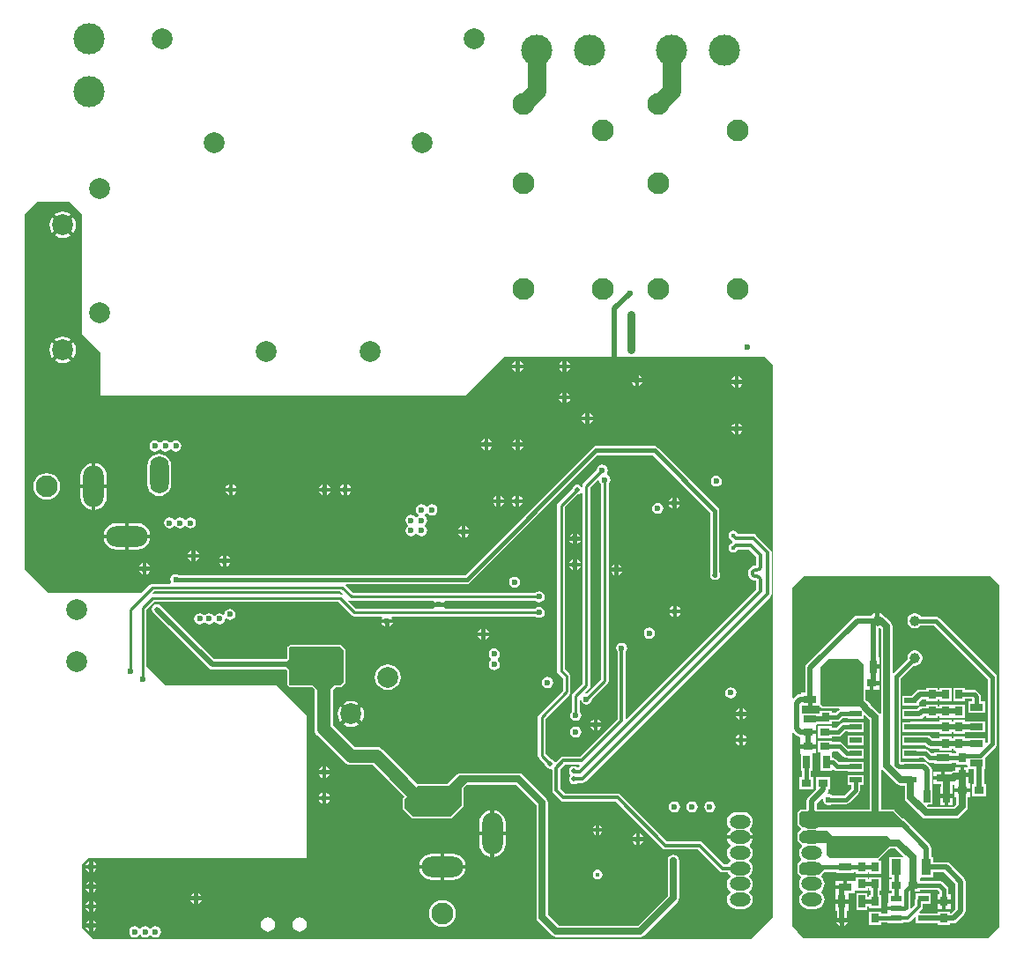
<source format=gbl>
G04*
G04 #@! TF.GenerationSoftware,Altium Limited,Altium Designer,22.2.1 (43)*
G04*
G04 Layer_Physical_Order=4*
G04 Layer_Color=16711680*
%FSLAX25Y25*%
%MOIN*%
G70*
G04*
G04 #@! TF.SameCoordinates,4EB9BB6F-69CC-4AE6-9B36-E95FEA1B1F0F*
G04*
G04*
G04 #@! TF.FilePolarity,Positive*
G04*
G01*
G75*
%ADD58C,0.08268*%
%ADD67C,0.02362*%
%ADD69C,0.02000*%
%ADD70R,0.03800X0.03100*%
%ADD72R,0.02756X0.05118*%
%ADD75R,0.03100X0.03800*%
%ADD78R,0.05118X0.02756*%
%ADD105C,0.02500*%
%ADD106C,0.01500*%
%ADD107C,0.01470*%
%ADD108C,0.01100*%
%ADD109C,0.03000*%
%ADD110C,0.01200*%
%ADD112C,0.07000*%
%ADD114C,0.03937*%
%ADD115O,0.07874X0.05118*%
%ADD116C,0.07874*%
%ADD117O,0.14173X0.07087*%
%ADD118O,0.15748X0.07874*%
%ADD119O,0.07874X0.15748*%
%ADD120O,0.07087X0.14173*%
%ADD121C,0.11811*%
%ADD122C,0.01968*%
%ADD123C,0.01772*%
%ADD124C,0.05000*%
%ADD160R,0.04331X0.02362*%
%ADD161R,0.03543X0.06299*%
%ADD162R,0.04646X0.02284*%
G36*
X24606Y276575D02*
Y264961D01*
Y231496D01*
X31890Y224213D01*
Y208071D01*
X169685D01*
X184449Y222835D01*
X283071D01*
X286221Y219685D01*
Y10630D01*
X277953Y2362D01*
X28937D01*
X24803Y6496D01*
Y30709D01*
X27165Y33071D01*
X109843D01*
Y87008D01*
X98425Y98425D01*
X56496Y98425D01*
X49213Y105709D01*
X49213Y127043D01*
X52125Y129956D01*
X121658D01*
X126675Y124939D01*
X127154Y124618D01*
X127720Y124506D01*
X138196D01*
X138448Y124006D01*
X138103Y123489D01*
X138083Y123388D01*
X142232D01*
X142212Y123489D01*
X141867Y124006D01*
X142119Y124506D01*
X196123D01*
X196137Y124484D01*
X196826Y124024D01*
X197638Y123862D01*
X198450Y124024D01*
X199138Y124484D01*
X199598Y125172D01*
X199760Y125984D01*
X199598Y126796D01*
X199138Y127485D01*
X198450Y127945D01*
X197638Y128106D01*
X196826Y127945D01*
X196137Y127485D01*
X196123Y127463D01*
X162011D01*
X161775Y127904D01*
X161897Y128086D01*
X161917Y128187D01*
X157768D01*
X157788Y128086D01*
X157910Y127904D01*
X157674Y127463D01*
X128332D01*
X125472Y130323D01*
X125790Y130712D01*
X126072Y130524D01*
X126637Y130411D01*
X157674D01*
X157910Y129970D01*
X157788Y129788D01*
X157768Y129687D01*
X161917D01*
X161897Y129788D01*
X161775Y129970D01*
X162011Y130411D01*
X196123D01*
X196137Y130389D01*
X196826Y129929D01*
X197638Y129768D01*
X198450Y129929D01*
X199138Y130389D01*
X199598Y131078D01*
X199760Y131890D01*
X199598Y132702D01*
X199138Y133390D01*
X198450Y133850D01*
X197638Y134012D01*
X196826Y133850D01*
X196137Y133390D01*
X196123Y133368D01*
X127250D01*
X124414Y136204D01*
X124621Y136704D01*
X170276D01*
X170919Y136832D01*
X171465Y137196D01*
X219791Y185522D01*
X240642D01*
X262491Y163673D01*
Y141031D01*
X262398Y140893D01*
X262252Y140157D01*
X262398Y139422D01*
X262815Y138799D01*
X263438Y138383D01*
X264173Y138236D01*
X264908Y138383D01*
X265532Y138799D01*
X265948Y139422D01*
X266094Y140157D01*
X265948Y140893D01*
X265856Y141031D01*
Y164370D01*
X265856Y164370D01*
X265727Y165014D01*
X265363Y165560D01*
X242528Y188394D01*
X241982Y188759D01*
X241339Y188887D01*
X219094D01*
X219094Y188887D01*
X218451Y188759D01*
X217905Y188394D01*
X217905Y188394D01*
X169579Y140068D01*
X61464D01*
X61048Y140346D01*
X60236Y140508D01*
X59424Y140346D01*
X58736Y139886D01*
X58276Y139198D01*
X58114Y138386D01*
X58276Y137574D01*
X58426Y137349D01*
X58158Y136849D01*
X51316D01*
X50750Y136737D01*
X50271Y136416D01*
X47122Y133268D01*
X12205Y133268D01*
X2953Y142520D01*
Y201575D01*
Y276575D01*
X7874Y281496D01*
X19685D01*
X24606Y276575D01*
D02*
G37*
G36*
X123436Y133001D02*
X123117Y132612D01*
X122836Y132800D01*
X122270Y132913D01*
X51655D01*
X51455Y133272D01*
X51435Y133399D01*
X51928Y133893D01*
X122544D01*
X123436Y133001D01*
D02*
G37*
G36*
X371850Y136221D02*
Y6890D01*
X367520Y2559D01*
X297290D01*
X293504Y7269D01*
X293504Y80267D01*
X294004Y80474D01*
X295139Y79339D01*
X295768Y78919D01*
X296509Y78772D01*
Y78159D01*
X296509D01*
X296509Y77747D01*
X296509D01*
Y75947D01*
X299409D01*
X302309D01*
Y77747D01*
X302309D01*
X302309Y78159D01*
X302309D01*
Y79959D01*
X299409D01*
Y81459D01*
X302309D01*
Y83259D01*
X302614Y83632D01*
X303477D01*
Y83632D01*
X303852Y83621D01*
Y83621D01*
X303972Y83621D01*
X308352D01*
Y84538D01*
X310433D01*
X311077Y84666D01*
X311623Y85031D01*
X312469Y85877D01*
X314261D01*
Y85717D01*
X320306D01*
Y86964D01*
X320768Y87155D01*
X322611Y85312D01*
Y51304D01*
X302725D01*
Y53733D01*
X304505Y55514D01*
X305006Y55307D01*
Y54704D01*
X305322Y53939D01*
X305908Y53354D01*
X306673Y53037D01*
X307501D01*
X308265Y53354D01*
X308347Y53436D01*
X313779D01*
X314423Y53564D01*
X314969Y53929D01*
X318473Y57433D01*
X318838Y57978D01*
X318966Y58622D01*
Y60717D01*
X320306D01*
Y64401D01*
X314261D01*
Y60717D01*
X315601D01*
Y59319D01*
X313083Y56800D01*
X308347D01*
X308265Y56882D01*
X307501Y57199D01*
X306874D01*
X306605Y57671D01*
X306909Y58126D01*
X307056Y58867D01*
Y59167D01*
X307719D01*
Y63667D01*
X302519D01*
Y59167D01*
X302519Y59167D01*
X302519D01*
X302282Y58771D01*
X299418Y55906D01*
X298998Y55277D01*
X298850Y54536D01*
Y51304D01*
X296654D01*
X296380Y51250D01*
X296149Y51095D01*
X295558Y50505D01*
X295404Y50273D01*
X295349Y50000D01*
Y45866D01*
X295404Y45593D01*
X295558Y45362D01*
X296600Y44320D01*
X296689Y43996D01*
X296600Y43672D01*
X295558Y42631D01*
X295404Y42399D01*
X295349Y42126D01*
Y39961D01*
X295404Y39687D01*
X295558Y39456D01*
X296906Y38109D01*
X296936Y38054D01*
X296942Y37510D01*
X296936Y37498D01*
X296388Y36784D01*
X296039Y35942D01*
X295920Y35039D01*
X296039Y34136D01*
X296388Y33295D01*
X296858Y32682D01*
X296793Y32271D01*
X296715Y32116D01*
X296543Y32001D01*
X295558Y31016D01*
X295404Y30785D01*
X295349Y30512D01*
Y27756D01*
X295404Y27483D01*
X295558Y27251D01*
X296543Y26267D01*
X296715Y26151D01*
X296793Y25996D01*
X296858Y25586D01*
X296388Y24973D01*
X296039Y24131D01*
X295920Y23228D01*
X296039Y22325D01*
X296388Y21484D01*
X296942Y20761D01*
X297250Y20526D01*
Y20026D01*
X296942Y19790D01*
X296388Y19067D01*
X296039Y18226D01*
X295920Y17323D01*
X296039Y16420D01*
X296388Y15578D01*
X296942Y14856D01*
X297665Y14301D01*
X298506Y13953D01*
X299409Y13834D01*
X302165D01*
X303068Y13953D01*
X303910Y14301D01*
X304632Y14856D01*
X305187Y15578D01*
X305535Y16420D01*
X305654Y17323D01*
X305535Y18226D01*
X305187Y19067D01*
X304632Y19790D01*
X304325Y20026D01*
Y20526D01*
X304632Y20761D01*
X305187Y21484D01*
X305535Y22325D01*
X305654Y23228D01*
X305535Y24131D01*
X305187Y24973D01*
X304632Y25695D01*
X304325Y25931D01*
Y26431D01*
X304632Y26667D01*
X305187Y27389D01*
X305199Y27417D01*
X305627Y27846D01*
X310127D01*
Y27450D01*
X316645D01*
Y27846D01*
X317435D01*
Y26928D01*
X321935D01*
Y27846D01*
X322553D01*
Y26928D01*
X327053D01*
Y32128D01*
X326340D01*
X326202Y32375D01*
X326157Y32628D01*
X329931Y36402D01*
X330331D01*
Y36587D01*
X332557D01*
X335349Y33795D01*
X335059Y33378D01*
X330205D01*
Y25679D01*
X330995D01*
Y25085D01*
X330077D01*
Y20585D01*
X330995D01*
Y19598D01*
X329812D01*
Y16158D01*
X329512D01*
Y14727D01*
X332677D01*
Y13227D01*
X329512D01*
Y11919D01*
X329508Y11919D01*
X327053D01*
Y12836D01*
X322553D01*
Y7636D01*
X327053D01*
Y8554D01*
X329511D01*
X329812Y8356D01*
Y8356D01*
X335542D01*
Y8708D01*
X336908D01*
X337493Y8824D01*
X337989Y9155D01*
X339586Y10753D01*
X340048Y10561D01*
Y8356D01*
X342631D01*
X342913Y8300D01*
X346076D01*
X346079Y8299D01*
X348537D01*
Y7636D01*
X353037D01*
Y8299D01*
X354331D01*
X355072Y8446D01*
X355700Y8866D01*
X358456Y11622D01*
X358876Y12251D01*
X359024Y12992D01*
Y24016D01*
X358876Y24757D01*
X358456Y25386D01*
X352944Y30898D01*
X352315Y31318D01*
X351574Y31466D01*
X346566D01*
Y33378D01*
X346032D01*
Y36811D01*
X345884Y37552D01*
X345464Y38181D01*
X336016Y47630D01*
X335387Y48050D01*
X335208Y48085D01*
X332198Y51095D01*
X331966Y51250D01*
X331693Y51304D01*
X326995D01*
Y66344D01*
X327495Y66496D01*
X327584Y66363D01*
X332938Y61009D01*
X333649Y60534D01*
X334488Y60367D01*
X335997D01*
Y55904D01*
X336164Y55065D01*
X336639Y54354D01*
X342346Y48647D01*
X343057Y48172D01*
X343896Y48005D01*
X355315D01*
X356154Y48172D01*
X356865Y48647D01*
X359227Y51009D01*
X359702Y51720D01*
X359869Y52559D01*
Y56111D01*
X360577D01*
Y57911D01*
X357677D01*
X354777D01*
Y56111D01*
X355485D01*
Y53467D01*
X354407Y52389D01*
X344804D01*
X344418Y52775D01*
X344609Y53237D01*
X346369D01*
Y59755D01*
X346229D01*
Y66338D01*
X346081Y67080D01*
X345661Y67708D01*
X344441Y68929D01*
X343812Y69349D01*
X343071Y69496D01*
X338228D01*
X337748Y69401D01*
X335206D01*
Y69241D01*
X334556D01*
Y101075D01*
X339298Y105816D01*
X339386Y105793D01*
X340141D01*
X340871Y105988D01*
X341525Y106366D01*
X342059Y106900D01*
X342437Y107554D01*
X342632Y108284D01*
Y109039D01*
X342437Y109769D01*
X342059Y110423D01*
X341525Y110957D01*
X340871Y111334D01*
X340141Y111530D01*
X339386D01*
X338657Y111334D01*
X338002Y110957D01*
X337468Y110423D01*
X337091Y109769D01*
X336895Y109039D01*
Y108284D01*
X336919Y108196D01*
X331826Y103103D01*
X331326Y103303D01*
Y120652D01*
X331159Y121491D01*
X330684Y122202D01*
X328776Y124110D01*
X328065Y124585D01*
X328000Y124598D01*
X327966Y124657D01*
X327413Y125210D01*
X326736Y125601D01*
X326341Y125707D01*
Y122835D01*
X324841D01*
Y125707D01*
X324445Y125601D01*
X323768Y125210D01*
X323330Y124772D01*
X317982D01*
X317241Y124624D01*
X316613Y124205D01*
X298848Y106440D01*
X298428Y105811D01*
X298280Y105070D01*
Y95569D01*
X296658D01*
Y95128D01*
X296463D01*
X295721Y94980D01*
X295093Y94560D01*
X294004Y93471D01*
X293504Y93679D01*
X293504Y135236D01*
X297835Y139567D01*
X368504D01*
X371850Y136221D01*
D02*
G37*
G36*
X320472Y106496D02*
Y91732D01*
X319094Y90354D01*
X304921D01*
X304134Y91142D01*
X304134Y105315D01*
X307283Y108465D01*
X318504D01*
X320472Y106496D01*
D02*
G37*
G36*
X300968Y90813D02*
X303512D01*
X303629Y90637D01*
X303852Y90414D01*
Y89921D01*
X304346D01*
X304417Y89850D01*
X304648Y89695D01*
X304921Y89641D01*
X311216D01*
X311265Y89141D01*
X311128Y89113D01*
X310582Y88749D01*
X309736Y87903D01*
X308352D01*
Y88820D01*
X303852D01*
Y88088D01*
X303477Y87788D01*
X297016D01*
Y90813D01*
X299468D01*
Y93191D01*
X300968D01*
Y90813D01*
D02*
G37*
G36*
X326942Y119691D02*
Y87790D01*
X326442Y87638D01*
X326353Y87771D01*
X323189Y90934D01*
X323106Y91059D01*
X321964Y92201D01*
X321840Y92284D01*
X321186Y92938D01*
Y96663D01*
X322676D01*
Y99213D01*
X323426D01*
Y99963D01*
X326326D01*
Y101763D01*
X326326Y101763D01*
X326394Y101953D01*
X326394D01*
X326394Y102235D01*
Y104762D01*
X324016D01*
Y106262D01*
X326394D01*
Y109071D01*
X325953D01*
Y119866D01*
X325981D01*
X326556Y120020D01*
X326942Y119691D01*
D02*
G37*
G36*
X302177Y50591D02*
X323328D01*
X324706Y51968D01*
Y52165D01*
X326281Y50591D01*
X331693D01*
X337598Y44685D01*
X297244D01*
X296063Y45866D01*
Y50000D01*
X296654Y50591D01*
X299259D01*
X300787Y52953D01*
X302177Y50591D01*
D02*
G37*
G36*
X306693Y43307D02*
X308661Y41339D01*
X329331D01*
X331594Y39075D01*
X325590Y33071D01*
X307677Y33071D01*
X306496Y34252D01*
Y38583D01*
X297441Y38583D01*
X296063Y39961D01*
Y42126D01*
X297244Y43307D01*
X306693Y43307D01*
D02*
G37*
G36*
X305906Y29134D02*
X303543Y26772D01*
X297047Y26772D01*
X296063Y27756D01*
Y30512D01*
X297047Y31496D01*
X303543D01*
X305906Y29134D01*
D02*
G37*
G36*
X355149Y23213D02*
Y13794D01*
X353537Y12183D01*
X353037Y12195D01*
Y12836D01*
X348537D01*
Y12173D01*
X346083D01*
X346079Y12174D01*
X342913D01*
X342631Y12118D01*
X341605D01*
X341413Y12580D01*
X342429Y13596D01*
X342761Y14092D01*
X342877Y14678D01*
Y15836D01*
X345779D01*
Y19598D01*
X340048D01*
Y17891D01*
X339935Y17721D01*
X339819Y17136D01*
Y15311D01*
X338450Y13943D01*
X337990Y14189D01*
X338052Y14505D01*
Y19882D01*
X338227Y20056D01*
Y22835D01*
X339727D01*
Y20285D01*
X341877D01*
Y21153D01*
X348318D01*
X349105Y20366D01*
Y19436D01*
X348237D01*
Y17286D01*
X350787D01*
X353337D01*
Y19436D01*
X352470D01*
Y21063D01*
X352342Y21707D01*
X351977Y22253D01*
X351977Y22253D01*
X350205Y24025D01*
X349659Y24390D01*
X349015Y24518D01*
X341877D01*
Y25284D01*
X341877Y25385D01*
X342256Y25679D01*
X346566D01*
Y27591D01*
X350772D01*
X355149Y23213D01*
D02*
G37*
%LPC*%
G36*
X17450Y277547D02*
X16161Y277378D01*
X14960Y276880D01*
X14529Y276549D01*
X17450Y273628D01*
X20371Y276550D01*
X19940Y276880D01*
X18739Y277378D01*
X17450Y277547D01*
D02*
G37*
G36*
X13468Y275489D02*
X13137Y275058D01*
X12640Y273857D01*
X12470Y272568D01*
X12640Y271279D01*
X13137Y270078D01*
X13468Y269647D01*
X16389Y272568D01*
X13468Y275489D01*
D02*
G37*
G36*
X21431Y275489D02*
X18510Y272568D01*
X21431Y269647D01*
X21762Y270078D01*
X22260Y271279D01*
X22429Y272568D01*
X22260Y273857D01*
X21762Y275058D01*
X21431Y275489D01*
D02*
G37*
G36*
X17450Y271507D02*
X14529Y268586D01*
X14960Y268255D01*
X16161Y267758D01*
X17450Y267588D01*
X18739Y267758D01*
X19940Y268255D01*
X20371Y268586D01*
X17450Y271507D01*
D02*
G37*
G36*
X17450Y230303D02*
X16161Y230134D01*
X14960Y229636D01*
X14529Y229305D01*
X17450Y226384D01*
X20371Y229305D01*
X19940Y229636D01*
X18739Y230134D01*
X17450Y230303D01*
D02*
G37*
G36*
X21431Y228245D02*
X18510Y225324D01*
X21431Y222403D01*
X21762Y222834D01*
X22260Y224035D01*
X22429Y225324D01*
X22260Y226613D01*
X21762Y227814D01*
X21431Y228245D01*
D02*
G37*
G36*
X13468D02*
X13137Y227814D01*
X12640Y226613D01*
X12470Y225324D01*
X12640Y224035D01*
X13137Y222834D01*
X13468Y222403D01*
X16389Y225324D01*
X13468Y228245D01*
D02*
G37*
G36*
X17450Y224263D02*
X14529Y221342D01*
X14960Y221011D01*
X16161Y220514D01*
X17450Y220344D01*
X18739Y220514D01*
X19940Y221011D01*
X20371Y221342D01*
X17450Y224263D01*
D02*
G37*
G36*
X208033Y221169D02*
Y219845D01*
X209358D01*
X209338Y219946D01*
X208856Y220667D01*
X208135Y221149D01*
X208033Y221169D01*
D02*
G37*
G36*
X206534D02*
X206432Y221149D01*
X205711Y220667D01*
X205229Y219946D01*
X205209Y219845D01*
X206534D01*
Y221169D01*
D02*
G37*
G36*
X190317D02*
Y219845D01*
X191642D01*
X191621Y219946D01*
X191139Y220667D01*
X190418Y221149D01*
X190317Y221169D01*
D02*
G37*
G36*
X188817D02*
X188716Y221149D01*
X187994Y220667D01*
X187512Y219946D01*
X187492Y219845D01*
X188817D01*
Y221169D01*
D02*
G37*
G36*
X209358Y218344D02*
X208033D01*
Y217020D01*
X208135Y217040D01*
X208856Y217522D01*
X209338Y218244D01*
X209358Y218344D01*
D02*
G37*
G36*
X206534D02*
X205209D01*
X205229Y218244D01*
X205711Y217522D01*
X206432Y217040D01*
X206534Y217020D01*
Y218344D01*
D02*
G37*
G36*
X191642D02*
X190317D01*
Y217020D01*
X190418Y217040D01*
X191139Y217522D01*
X191621Y218244D01*
X191642Y218344D01*
D02*
G37*
G36*
X188817D02*
X187492D01*
X187512Y218244D01*
X187994Y217522D01*
X188716Y217040D01*
X188817Y217020D01*
Y218344D01*
D02*
G37*
G36*
X235396Y215854D02*
Y214529D01*
X236720D01*
X236700Y214631D01*
X236218Y215352D01*
X235497Y215834D01*
X235396Y215854D01*
D02*
G37*
G36*
X233896D02*
X233795Y215834D01*
X233073Y215352D01*
X232591Y214631D01*
X232571Y214529D01*
X233896D01*
Y215854D01*
D02*
G37*
G36*
X273191Y215264D02*
Y213939D01*
X274516D01*
X274496Y214040D01*
X274013Y214761D01*
X273292Y215244D01*
X273191Y215264D01*
D02*
G37*
G36*
X271691D02*
X271590Y215244D01*
X270868Y214761D01*
X270386Y214040D01*
X270366Y213939D01*
X271691D01*
Y215264D01*
D02*
G37*
G36*
X236720Y213030D02*
X235396D01*
Y211705D01*
X235497Y211725D01*
X236218Y212207D01*
X236700Y212929D01*
X236720Y213030D01*
D02*
G37*
G36*
X233896D02*
X232571D01*
X232591Y212929D01*
X233073Y212207D01*
X233795Y211725D01*
X233896Y211705D01*
Y213030D01*
D02*
G37*
G36*
X274516Y212439D02*
X273191D01*
Y211114D01*
X273292Y211134D01*
X274013Y211616D01*
X274496Y212338D01*
X274516Y212439D01*
D02*
G37*
G36*
X271691D02*
X270366D01*
X270386Y212338D01*
X270868Y211616D01*
X271590Y211134D01*
X271691Y211114D01*
Y212439D01*
D02*
G37*
G36*
X208033Y209358D02*
Y208033D01*
X209358D01*
X209338Y208135D01*
X208856Y208856D01*
X208135Y209338D01*
X208033Y209358D01*
D02*
G37*
G36*
X206534D02*
X206432Y209338D01*
X205711Y208856D01*
X205229Y208135D01*
X205209Y208033D01*
X206534D01*
Y209358D01*
D02*
G37*
G36*
X209358Y206534D02*
X208033D01*
Y205209D01*
X208135Y205229D01*
X208856Y205711D01*
X209338Y206432D01*
X209358Y206534D01*
D02*
G37*
G36*
X206534D02*
X205209D01*
X205229Y206432D01*
X205711Y205711D01*
X206432Y205229D01*
X206534Y205209D01*
Y206534D01*
D02*
G37*
G36*
X216695Y201484D02*
Y200159D01*
X218020D01*
X217999Y200260D01*
X217517Y200982D01*
X216796Y201464D01*
X216695Y201484D01*
D02*
G37*
G36*
X215195D02*
X215094Y201464D01*
X214372Y200982D01*
X213890Y200260D01*
X213870Y200159D01*
X215195D01*
Y201484D01*
D02*
G37*
G36*
X218020Y198659D02*
X216695D01*
Y197335D01*
X216796Y197355D01*
X217517Y197837D01*
X217999Y198558D01*
X218020Y198659D01*
D02*
G37*
G36*
X215195D02*
X213870D01*
X213890Y198558D01*
X214372Y197837D01*
X215094Y197355D01*
X215195Y197335D01*
Y198659D01*
D02*
G37*
G36*
X273191Y197547D02*
Y196222D01*
X274516D01*
X274496Y196324D01*
X274013Y197045D01*
X273292Y197527D01*
X273191Y197547D01*
D02*
G37*
G36*
X271691D02*
X271590Y197527D01*
X270868Y197045D01*
X270386Y196324D01*
X270366Y196222D01*
X271691D01*
Y197547D01*
D02*
G37*
G36*
X274516Y194722D02*
X273191D01*
Y193398D01*
X273292Y193418D01*
X274013Y193900D01*
X274496Y194621D01*
X274516Y194722D01*
D02*
G37*
G36*
X271691D02*
X270366D01*
X270386Y194621D01*
X270868Y193900D01*
X271590Y193418D01*
X271691Y193398D01*
Y194722D01*
D02*
G37*
G36*
X190317Y191642D02*
Y190317D01*
X191642D01*
X191621Y190418D01*
X191139Y191139D01*
X190418Y191621D01*
X190317Y191642D01*
D02*
G37*
G36*
X188817D02*
X188716Y191621D01*
X187994Y191139D01*
X187512Y190418D01*
X187492Y190317D01*
X188817D01*
Y191642D01*
D02*
G37*
G36*
X178506D02*
Y190317D01*
X179831D01*
X179811Y190418D01*
X179328Y191139D01*
X178607Y191621D01*
X178506Y191642D01*
D02*
G37*
G36*
X177006D02*
X176905Y191621D01*
X176183Y191139D01*
X175701Y190418D01*
X175681Y190317D01*
X177006D01*
Y191642D01*
D02*
G37*
G36*
X60236Y191098D02*
X59424Y190937D01*
X58736Y190477D01*
X58568Y190226D01*
X57967D01*
X57800Y190477D01*
X57111Y190937D01*
X56299Y191098D01*
X55487Y190937D01*
X54799Y190477D01*
X54631Y190226D01*
X54030D01*
X53863Y190477D01*
X53174Y190937D01*
X52362Y191098D01*
X51550Y190937D01*
X50862Y190477D01*
X50402Y189788D01*
X50240Y188976D01*
X50402Y188164D01*
X50862Y187476D01*
X51550Y187016D01*
X52362Y186855D01*
X53174Y187016D01*
X53863Y187476D01*
X54030Y187727D01*
X54631D01*
X54799Y187476D01*
X55487Y187016D01*
X56299Y186855D01*
X57111Y187016D01*
X57800Y187476D01*
X57967Y187727D01*
X58568D01*
X58736Y187476D01*
X59424Y187016D01*
X60236Y186855D01*
X61048Y187016D01*
X61737Y187476D01*
X62197Y188164D01*
X62358Y188976D01*
X62197Y189788D01*
X61737Y190477D01*
X61048Y190937D01*
X60236Y191098D01*
D02*
G37*
G36*
X191642Y188817D02*
X190317D01*
Y187492D01*
X190418Y187512D01*
X191139Y187994D01*
X191621Y188716D01*
X191642Y188817D01*
D02*
G37*
G36*
X188817D02*
X187492D01*
X187512Y188716D01*
X187994Y187994D01*
X188716Y187512D01*
X188817Y187492D01*
Y188817D01*
D02*
G37*
G36*
X179831D02*
X178506D01*
Y187492D01*
X178607Y187512D01*
X179328Y187994D01*
X179811Y188716D01*
X179831Y188817D01*
D02*
G37*
G36*
X177006D02*
X175681D01*
X175701Y188716D01*
X176183Y187994D01*
X176905Y187512D01*
X177006Y187492D01*
Y188817D01*
D02*
G37*
G36*
X29884Y182440D02*
Y174372D01*
X34113D01*
Y177559D01*
X33944Y178848D01*
X33446Y180049D01*
X32655Y181080D01*
X31624Y181871D01*
X30423Y182369D01*
X29884Y182440D01*
D02*
G37*
G36*
X28384D02*
X27845Y182369D01*
X26644Y181871D01*
X25613Y181080D01*
X24821Y180049D01*
X24324Y178848D01*
X24154Y177559D01*
Y174372D01*
X28384D01*
Y182440D01*
D02*
G37*
G36*
X264685Y177791D02*
X263873Y177630D01*
X263185Y177170D01*
X262725Y176481D01*
X262563Y175669D01*
X262725Y174857D01*
X263185Y174169D01*
X263873Y173709D01*
X264685Y173547D01*
X265497Y173709D01*
X266185Y174169D01*
X266645Y174857D01*
X266807Y175669D01*
X266645Y176481D01*
X266185Y177170D01*
X265497Y177630D01*
X264685Y177791D01*
D02*
G37*
G36*
X221555Y181945D02*
X220743Y181783D01*
X220055Y181323D01*
X219595Y180635D01*
X219433Y179823D01*
X219438Y179797D01*
X214506Y174864D01*
X214185Y174385D01*
X214073Y173819D01*
Y173642D01*
X213573Y173491D01*
X213366Y173799D01*
X212743Y174216D01*
X212008Y174362D01*
X211273Y174216D01*
X210649Y173799D01*
X210233Y173176D01*
X210129Y172653D01*
X204860Y167384D01*
X204540Y166904D01*
X204427Y166339D01*
Y103937D01*
X204540Y103371D01*
X204860Y102892D01*
X206592Y101159D01*
Y96478D01*
X197577Y87463D01*
X197256Y86983D01*
X197144Y86417D01*
Y71850D01*
X197256Y71285D01*
X197577Y70805D01*
X199893Y68489D01*
X199997Y67966D01*
X200413Y67342D01*
X201036Y66926D01*
X201772Y66780D01*
X202104Y66846D01*
X202605Y66435D01*
Y58661D01*
X202721Y58076D01*
X203052Y57580D01*
X205808Y54824D01*
X206305Y54492D01*
X206890Y54376D01*
X226729D01*
X244391Y36714D01*
X244887Y36382D01*
X245472Y36266D01*
X257634D01*
X265848Y28052D01*
X266344Y27721D01*
X266929Y27604D01*
X269134D01*
X269223Y27389D01*
X269778Y26667D01*
X270085Y26431D01*
Y25931D01*
X269778Y25695D01*
X269223Y24973D01*
X268875Y24131D01*
X268756Y23228D01*
X268875Y22325D01*
X269223Y21484D01*
X269778Y20761D01*
X270085Y20526D01*
Y20026D01*
X269778Y19790D01*
X269223Y19067D01*
X268875Y18226D01*
X268756Y17323D01*
X268875Y16420D01*
X269223Y15578D01*
X269778Y14856D01*
X270500Y14301D01*
X271342Y13953D01*
X272245Y13834D01*
X275001D01*
X275904Y13953D01*
X276745Y14301D01*
X277468Y14856D01*
X278022Y15578D01*
X278371Y16420D01*
X278490Y17323D01*
X278371Y18226D01*
X278022Y19067D01*
X277468Y19790D01*
X277161Y20026D01*
Y20526D01*
X277468Y20761D01*
X278022Y21484D01*
X278371Y22325D01*
X278490Y23228D01*
X278371Y24131D01*
X278022Y24973D01*
X277468Y25695D01*
X277161Y25931D01*
Y26431D01*
X277468Y26667D01*
X278022Y27389D01*
X278371Y28231D01*
X278490Y29134D01*
X278371Y30037D01*
X278022Y30878D01*
X277468Y31601D01*
X277161Y31837D01*
Y32337D01*
X277468Y32572D01*
X278022Y33295D01*
X278371Y34136D01*
X278490Y35039D01*
X278371Y35942D01*
X278022Y36784D01*
X277468Y37506D01*
X277243Y37679D01*
X277243Y38179D01*
X277539Y38407D01*
X278110Y39150D01*
X278468Y40016D01*
X278492Y40195D01*
X273623D01*
X268754D01*
X268777Y40016D01*
X269136Y39150D01*
X269707Y38407D01*
X270003Y38179D01*
X270003Y37679D01*
X269778Y37506D01*
X269223Y36784D01*
X268875Y35942D01*
X268756Y35039D01*
X268875Y34136D01*
X269223Y33295D01*
X269778Y32572D01*
X270085Y32337D01*
Y31837D01*
X269778Y31601D01*
X269223Y30878D01*
X269134Y30663D01*
X267563D01*
X259349Y38877D01*
X258853Y39208D01*
X258268Y39325D01*
X246106D01*
X228444Y56987D01*
X227947Y57319D01*
X227362Y57435D01*
X207523D01*
X205663Y59295D01*
Y66492D01*
X207523Y68353D01*
X212833D01*
X213025Y67891D01*
X212460Y67326D01*
X212097D01*
X211562Y67683D01*
X210827Y67829D01*
X210092Y67683D01*
X209468Y67267D01*
X209052Y66643D01*
X208906Y65908D01*
X209052Y65173D01*
X209307Y64791D01*
X209427Y64424D01*
X209307Y64056D01*
X209052Y63675D01*
X208906Y62940D01*
X209052Y62204D01*
X209468Y61581D01*
X210092Y61165D01*
X210827Y61018D01*
X211562Y61165D01*
X212097Y61522D01*
X214173D01*
X214811Y61649D01*
X215352Y62010D01*
X285144Y131803D01*
X285506Y132344D01*
X285633Y132982D01*
Y137349D01*
Y148661D01*
X285506Y149299D01*
X285144Y149839D01*
X279815Y155169D01*
X279274Y155531D01*
X278636Y155658D01*
X272881D01*
X272751Y155788D01*
X272745Y155815D01*
X272351Y156406D01*
X271760Y156800D01*
X271063Y156939D01*
X270366Y156800D01*
X269776Y156406D01*
X269381Y155815D01*
X269242Y155118D01*
X269381Y154421D01*
X269776Y153831D01*
X270366Y153436D01*
X270393Y153430D01*
X270724Y153100D01*
X270738Y153081D01*
Y152431D01*
X270724Y152412D01*
X270393Y152081D01*
X270366Y152076D01*
X269776Y151681D01*
X269381Y151091D01*
X269242Y150394D01*
X269381Y149697D01*
X269776Y149106D01*
X270366Y148712D01*
X271063Y148573D01*
X271760Y148712D01*
X272351Y149106D01*
X272745Y149697D01*
X272751Y149724D01*
X272881Y149854D01*
X276922D01*
X279829Y146947D01*
Y143690D01*
X279524D01*
X279416Y143669D01*
X278775Y143584D01*
X278077Y143295D01*
X277477Y142835D01*
X277017Y142236D01*
X276728Y141538D01*
X276630Y140789D01*
X276728Y140039D01*
X277017Y139341D01*
X277477Y138742D01*
X278077Y138282D01*
X278775Y137993D01*
X279416Y137908D01*
X279524Y137887D01*
X279829D01*
Y134695D01*
X230859Y85725D01*
X230398Y85917D01*
Y110945D01*
X230828Y111590D01*
X230990Y112402D01*
X230828Y113214D01*
X230368Y113902D01*
X229680Y114362D01*
X228868Y114523D01*
X228056Y114362D01*
X227368Y113902D01*
X226908Y113214D01*
X226746Y112402D01*
X226908Y111590D01*
X227339Y110945D01*
Y85801D01*
X212949Y71411D01*
X206890D01*
X206305Y71295D01*
X205808Y70963D01*
X204043Y69198D01*
X203565Y69344D01*
X203547Y69436D01*
X203130Y70059D01*
X202507Y70476D01*
X201983Y70580D01*
X200100Y72463D01*
Y85805D01*
X209116Y94821D01*
X209437Y95300D01*
X209549Y95866D01*
Y101772D01*
X209437Y102337D01*
X209116Y102817D01*
X207384Y104549D01*
Y165726D01*
X212220Y170562D01*
X212743Y170666D01*
X213366Y171082D01*
X213573Y171391D01*
X214073Y171240D01*
Y99038D01*
X210432Y95397D01*
X210111Y94917D01*
X209999Y94351D01*
Y88523D01*
X209977Y88508D01*
X209517Y87820D01*
X209355Y87008D01*
X209517Y86196D01*
X209977Y85508D01*
X210665Y85048D01*
X211477Y84886D01*
X212289Y85048D01*
X212978Y85508D01*
X213438Y86196D01*
X213599Y87008D01*
X213438Y87820D01*
X212978Y88508D01*
X212956Y88523D01*
Y92988D01*
X213456Y93037D01*
X213591Y92357D01*
X214051Y91669D01*
X214739Y91209D01*
X215551Y91047D01*
X216363Y91209D01*
X217052Y91669D01*
X217512Y92357D01*
X217673Y93169D01*
X217668Y93195D01*
X223486Y99014D01*
X223807Y99493D01*
X223919Y100059D01*
Y174666D01*
X223941Y174681D01*
X224401Y175369D01*
X224563Y176181D01*
X224401Y176993D01*
X223941Y177682D01*
X223417Y178032D01*
X223254Y178163D01*
X223273Y178647D01*
X223516Y179011D01*
X223677Y179823D01*
X223516Y180635D01*
X223056Y181323D01*
X222367Y181783D01*
X221555Y181945D01*
D02*
G37*
G36*
X125159Y174516D02*
Y173191D01*
X126484D01*
X126464Y173292D01*
X125982Y174013D01*
X125260Y174495D01*
X125159Y174516D01*
D02*
G37*
G36*
X123659D02*
X123558Y174495D01*
X122837Y174013D01*
X122355Y173292D01*
X122335Y173191D01*
X123659D01*
Y174516D01*
D02*
G37*
G36*
X117285D02*
Y173191D01*
X118610D01*
X118590Y173292D01*
X118108Y174013D01*
X117386Y174495D01*
X117285Y174516D01*
D02*
G37*
G36*
X115785D02*
X115684Y174495D01*
X114963Y174013D01*
X114481Y173292D01*
X114461Y173191D01*
X115785D01*
Y174516D01*
D02*
G37*
G36*
X81852D02*
Y173191D01*
X83177D01*
X83157Y173292D01*
X82675Y174013D01*
X81953Y174495D01*
X81852Y174516D01*
D02*
G37*
G36*
X80352D02*
X80251Y174495D01*
X79530Y174013D01*
X79048Y173292D01*
X79028Y173191D01*
X80352D01*
Y174516D01*
D02*
G37*
G36*
X126484Y171691D02*
X125159D01*
Y170366D01*
X125260Y170386D01*
X125982Y170869D01*
X126464Y171590D01*
X126484Y171691D01*
D02*
G37*
G36*
X123659D02*
X122335D01*
X122355Y171590D01*
X122837Y170869D01*
X123558Y170386D01*
X123659Y170366D01*
Y171691D01*
D02*
G37*
G36*
X118610D02*
X117285D01*
Y170366D01*
X117386Y170386D01*
X118108Y170869D01*
X118590Y171590D01*
X118610Y171691D01*
D02*
G37*
G36*
X115785D02*
X114461D01*
X114481Y171590D01*
X114963Y170869D01*
X115684Y170386D01*
X115785Y170366D01*
Y171691D01*
D02*
G37*
G36*
X83177D02*
X81852D01*
Y170366D01*
X81953Y170386D01*
X82675Y170869D01*
X83157Y171590D01*
X83177Y171691D01*
D02*
G37*
G36*
X80352D02*
X79028D01*
X79048Y171590D01*
X79530Y170869D01*
X80251Y170386D01*
X80352Y170366D01*
Y171691D01*
D02*
G37*
G36*
X53937Y185978D02*
X52777Y185825D01*
X51696Y185377D01*
X50768Y184665D01*
X50056Y183737D01*
X49608Y182656D01*
X49455Y181496D01*
Y174409D01*
X49608Y173249D01*
X50056Y172169D01*
X50768Y171240D01*
X51696Y170528D01*
X52777Y170080D01*
X53937Y169928D01*
X55097Y170080D01*
X56178Y170528D01*
X57106Y171240D01*
X57818Y172169D01*
X58266Y173249D01*
X58419Y174409D01*
Y181496D01*
X58266Y182656D01*
X57818Y183737D01*
X57106Y184665D01*
X56178Y185377D01*
X55097Y185825D01*
X53937Y185978D01*
D02*
G37*
G36*
X190120Y170185D02*
Y168860D01*
X191445D01*
X191425Y168961D01*
X190943Y169683D01*
X190221Y170165D01*
X190120Y170185D01*
D02*
G37*
G36*
X188620D02*
X188519Y170165D01*
X187798Y169683D01*
X187315Y168961D01*
X187295Y168860D01*
X188620D01*
Y170185D01*
D02*
G37*
G36*
X183034D02*
Y168860D01*
X184358D01*
X184338Y168961D01*
X183856Y169683D01*
X183134Y170165D01*
X183034Y170185D01*
D02*
G37*
G36*
X181534D02*
X181432Y170165D01*
X180711Y169683D01*
X180229Y168961D01*
X180209Y168860D01*
X181534D01*
Y170185D01*
D02*
G37*
G36*
X11417Y178699D02*
X10103Y178526D01*
X8879Y178019D01*
X7827Y177212D01*
X7020Y176161D01*
X6513Y174936D01*
X6340Y173622D01*
X6513Y172308D01*
X7020Y171083D01*
X7827Y170032D01*
X8879Y169225D01*
X10103Y168718D01*
X11417Y168545D01*
X12731Y168718D01*
X13956Y169225D01*
X15008Y170032D01*
X15814Y171083D01*
X16322Y172308D01*
X16495Y173622D01*
X16322Y174936D01*
X15814Y176161D01*
X15008Y177212D01*
X13956Y178019D01*
X12731Y178526D01*
X11417Y178699D01*
D02*
G37*
G36*
X249569Y169397D02*
Y168073D01*
X250893D01*
X250873Y168174D01*
X250391Y168895D01*
X249670Y169377D01*
X249569Y169397D01*
D02*
G37*
G36*
X248069D02*
X247968Y169377D01*
X247246Y168895D01*
X246764Y168174D01*
X246744Y168073D01*
X248069D01*
Y169397D01*
D02*
G37*
G36*
X191445Y167360D02*
X190120D01*
Y166036D01*
X190221Y166056D01*
X190943Y166538D01*
X191425Y167259D01*
X191445Y167360D01*
D02*
G37*
G36*
X188620D02*
X187295D01*
X187315Y167259D01*
X187798Y166538D01*
X188519Y166056D01*
X188620Y166036D01*
Y167360D01*
D02*
G37*
G36*
X184358D02*
X183034D01*
Y166036D01*
X183134Y166056D01*
X183856Y166538D01*
X184338Y167259D01*
X184358Y167360D01*
D02*
G37*
G36*
X181534D02*
X180209D01*
X180229Y167259D01*
X180711Y166538D01*
X181432Y166056D01*
X181534Y166036D01*
Y167360D01*
D02*
G37*
G36*
X157087Y166886D02*
X156275Y166724D01*
X155586Y166264D01*
X155419Y166014D01*
X154817D01*
X154650Y166264D01*
X153962Y166724D01*
X153150Y166886D01*
X152338Y166724D01*
X151649Y166264D01*
X151189Y165576D01*
X151028Y164764D01*
X151189Y163952D01*
X151649Y163263D01*
X151900Y163096D01*
Y162495D01*
X151649Y162327D01*
X151482Y162077D01*
X150880D01*
X150713Y162327D01*
X150025Y162787D01*
X149213Y162949D01*
X148401Y162787D01*
X147712Y162327D01*
X147252Y161639D01*
X147091Y160827D01*
X147252Y160015D01*
X147712Y159326D01*
X147963Y159159D01*
Y158558D01*
X147712Y158390D01*
X147252Y157702D01*
X147091Y156890D01*
X147252Y156078D01*
X147712Y155389D01*
X148401Y154929D01*
X149213Y154768D01*
X150025Y154929D01*
X150713Y155389D01*
X150880Y155640D01*
X151482D01*
X151649Y155389D01*
X152338Y154929D01*
X153150Y154768D01*
X153962Y154929D01*
X154650Y155389D01*
X155110Y156078D01*
X155271Y156890D01*
X155110Y157702D01*
X154650Y158390D01*
X154399Y158558D01*
Y159159D01*
X154650Y159326D01*
X155110Y160015D01*
X155271Y160827D01*
X155110Y161639D01*
X154650Y162327D01*
X154399Y162495D01*
Y163096D01*
X154650Y163263D01*
X154817Y163514D01*
X155419D01*
X155586Y163263D01*
X156275Y162803D01*
X157087Y162642D01*
X157899Y162803D01*
X158587Y163263D01*
X159047Y163952D01*
X159209Y164764D01*
X159047Y165576D01*
X158587Y166264D01*
X157899Y166724D01*
X157087Y166886D01*
D02*
G37*
G36*
X250893Y166573D02*
X249569D01*
Y165248D01*
X249670Y165268D01*
X250391Y165750D01*
X250873Y166472D01*
X250893Y166573D01*
D02*
G37*
G36*
X248069D02*
X246744D01*
X246764Y166472D01*
X247246Y165750D01*
X247968Y165268D01*
X248069Y165248D01*
Y166573D01*
D02*
G37*
G36*
X34113Y172872D02*
X29884D01*
Y164804D01*
X30423Y164875D01*
X31624Y165373D01*
X32655Y166164D01*
X33446Y167195D01*
X33944Y168396D01*
X34113Y169685D01*
Y172872D01*
D02*
G37*
G36*
X28384D02*
X24154D01*
Y169685D01*
X24324Y168396D01*
X24821Y167195D01*
X25613Y166164D01*
X26644Y165373D01*
X27845Y164875D01*
X28384Y164804D01*
Y172872D01*
D02*
G37*
G36*
X242520Y167476D02*
X241708Y167315D01*
X241019Y166855D01*
X240559Y166166D01*
X240398Y165354D01*
X240559Y164542D01*
X241019Y163854D01*
X241708Y163394D01*
X242520Y163233D01*
X243332Y163394D01*
X244020Y163854D01*
X244480Y164542D01*
X244642Y165354D01*
X244480Y166166D01*
X244020Y166855D01*
X243332Y167315D01*
X242520Y167476D01*
D02*
G37*
G36*
X65748Y161964D02*
X64936Y161803D01*
X64248Y161343D01*
X64080Y161092D01*
X63479D01*
X63311Y161343D01*
X62623Y161803D01*
X61811Y161964D01*
X60999Y161803D01*
X60311Y161343D01*
X60143Y161092D01*
X59542D01*
X59374Y161343D01*
X58686Y161803D01*
X57874Y161964D01*
X57062Y161803D01*
X56374Y161343D01*
X55914Y160654D01*
X55752Y159843D01*
X55914Y159030D01*
X56374Y158342D01*
X57062Y157882D01*
X57874Y157721D01*
X58686Y157882D01*
X59374Y158342D01*
X59542Y158593D01*
X60143D01*
X60311Y158342D01*
X60999Y157882D01*
X61811Y157721D01*
X62623Y157882D01*
X63311Y158342D01*
X63479Y158593D01*
X64080D01*
X64248Y158342D01*
X64936Y157882D01*
X65748Y157721D01*
X66560Y157882D01*
X67248Y158342D01*
X67708Y159030D01*
X67870Y159843D01*
X67708Y160654D01*
X67248Y161343D01*
X66560Y161803D01*
X65748Y161964D01*
D02*
G37*
G36*
X169844Y158571D02*
Y157246D01*
X171169D01*
X171149Y157347D01*
X170667Y158069D01*
X169946Y158551D01*
X169844Y158571D01*
D02*
G37*
G36*
X168344D02*
X168244Y158551D01*
X167522Y158069D01*
X167040Y157347D01*
X167020Y157246D01*
X168344D01*
Y158571D01*
D02*
G37*
G36*
X45669Y159704D02*
X42482D01*
Y155474D01*
X50550D01*
X50479Y156013D01*
X49982Y157214D01*
X49190Y158246D01*
X48159Y159037D01*
X46958Y159534D01*
X45669Y159704D01*
D02*
G37*
G36*
X40982D02*
X37795D01*
X36507Y159534D01*
X35306Y159037D01*
X34274Y158246D01*
X33483Y157214D01*
X32985Y156013D01*
X32914Y155474D01*
X40982D01*
Y159704D01*
D02*
G37*
G36*
X211970Y156012D02*
Y154687D01*
X213295D01*
X213275Y154788D01*
X212793Y155509D01*
X212071Y155992D01*
X211970Y156012D01*
D02*
G37*
G36*
X210471D02*
X210369Y155992D01*
X209648Y155509D01*
X209166Y154788D01*
X209146Y154687D01*
X210471D01*
Y156012D01*
D02*
G37*
G36*
X171169Y155746D02*
X169844D01*
Y154421D01*
X169946Y154441D01*
X170667Y154924D01*
X171149Y155645D01*
X171169Y155746D01*
D02*
G37*
G36*
X168344D02*
X167020D01*
X167040Y155645D01*
X167522Y154924D01*
X168244Y154441D01*
X168344Y154421D01*
Y155746D01*
D02*
G37*
G36*
X213295Y153187D02*
X211970D01*
Y151862D01*
X212071Y151883D01*
X212793Y152365D01*
X213275Y153086D01*
X213295Y153187D01*
D02*
G37*
G36*
X210471D02*
X209146D01*
X209166Y153086D01*
X209648Y152365D01*
X210369Y151883D01*
X210471Y151862D01*
Y153187D01*
D02*
G37*
G36*
X50550Y153974D02*
X42482D01*
Y149745D01*
X45669D01*
X46958Y149915D01*
X48159Y150412D01*
X49190Y151203D01*
X49982Y152235D01*
X50479Y153436D01*
X50550Y153974D01*
D02*
G37*
G36*
X40982D02*
X32914D01*
X32985Y153436D01*
X33483Y152235D01*
X34274Y151203D01*
X35306Y150412D01*
X36507Y149915D01*
X37795Y149745D01*
X40982D01*
Y153974D01*
D02*
G37*
G36*
X67679Y149516D02*
Y148191D01*
X69004D01*
X68984Y148292D01*
X68502Y149013D01*
X67780Y149495D01*
X67679Y149516D01*
D02*
G37*
G36*
X66179D02*
X66078Y149495D01*
X65357Y149013D01*
X64875Y148292D01*
X64855Y148191D01*
X66179D01*
Y149516D01*
D02*
G37*
G36*
X79490Y147547D02*
Y146222D01*
X80815D01*
X80795Y146324D01*
X80313Y147045D01*
X79591Y147527D01*
X79490Y147547D01*
D02*
G37*
G36*
X77990D02*
X77889Y147527D01*
X77168Y147045D01*
X76686Y146324D01*
X76666Y146222D01*
X77990D01*
Y147547D01*
D02*
G37*
G36*
X69004Y146691D02*
X67679D01*
Y145366D01*
X67780Y145386D01*
X68502Y145869D01*
X68984Y146590D01*
X69004Y146691D01*
D02*
G37*
G36*
X66179D02*
X64855D01*
X64875Y146590D01*
X65357Y145869D01*
X66078Y145386D01*
X66179Y145366D01*
Y146691D01*
D02*
G37*
G36*
X211970Y146169D02*
Y144844D01*
X213295D01*
X213275Y144946D01*
X212793Y145667D01*
X212071Y146149D01*
X211970Y146169D01*
D02*
G37*
G36*
X210471D02*
X210369Y146149D01*
X209648Y145667D01*
X209166Y144946D01*
X209146Y144844D01*
X210471D01*
Y146169D01*
D02*
G37*
G36*
X80815Y144722D02*
X79490D01*
Y143398D01*
X79591Y143418D01*
X80313Y143900D01*
X80795Y144621D01*
X80815Y144722D01*
D02*
G37*
G36*
X77990D02*
X76666D01*
X76686Y144621D01*
X77168Y143900D01*
X77889Y143418D01*
X77990Y143398D01*
Y144722D01*
D02*
G37*
G36*
X49175Y144594D02*
Y143270D01*
X50500D01*
X50480Y143371D01*
X49998Y144092D01*
X49276Y144574D01*
X49175Y144594D01*
D02*
G37*
G36*
X47675D02*
X47574Y144574D01*
X46853Y144092D01*
X46371Y143371D01*
X46351Y143270D01*
X47675D01*
Y144594D01*
D02*
G37*
G36*
X227718Y144201D02*
Y142876D01*
X229043D01*
X229023Y142977D01*
X228541Y143699D01*
X227819Y144181D01*
X227718Y144201D01*
D02*
G37*
G36*
X226219D02*
X226117Y144181D01*
X225396Y143699D01*
X224914Y142977D01*
X224894Y142876D01*
X226219D01*
Y144201D01*
D02*
G37*
G36*
X213295Y143344D02*
X211970D01*
Y142020D01*
X212071Y142040D01*
X212793Y142522D01*
X213275Y143244D01*
X213295Y143344D01*
D02*
G37*
G36*
X210471D02*
X209146D01*
X209166Y143244D01*
X209648Y142522D01*
X210369Y142040D01*
X210471Y142020D01*
Y143344D01*
D02*
G37*
G36*
X50500Y141770D02*
X49175D01*
Y140445D01*
X49276Y140465D01*
X49998Y140947D01*
X50480Y141669D01*
X50500Y141770D01*
D02*
G37*
G36*
X47675D02*
X46351D01*
X46371Y141669D01*
X46853Y140947D01*
X47574Y140465D01*
X47675Y140445D01*
Y141770D01*
D02*
G37*
G36*
X229043Y141376D02*
X227718D01*
Y140051D01*
X227819Y140071D01*
X228541Y140553D01*
X229023Y141275D01*
X229043Y141376D01*
D02*
G37*
G36*
X226219D02*
X224894D01*
X224914Y141275D01*
X225396Y140553D01*
X226117Y140071D01*
X226219Y140051D01*
Y141376D01*
D02*
G37*
G36*
X188386Y139523D02*
X187574Y139362D01*
X186885Y138902D01*
X186425Y138214D01*
X186264Y137402D01*
X186425Y136590D01*
X186885Y135901D01*
X187574Y135441D01*
X188386Y135280D01*
X189198Y135441D01*
X189886Y135901D01*
X190346Y136590D01*
X190508Y137402D01*
X190346Y138214D01*
X189886Y138902D01*
X189198Y139362D01*
X188386Y139523D01*
D02*
G37*
G36*
X249766Y128453D02*
Y127128D01*
X251090D01*
X251070Y127229D01*
X250588Y127950D01*
X249867Y128433D01*
X249766Y128453D01*
D02*
G37*
G36*
X248266D02*
X248165Y128433D01*
X247443Y127950D01*
X246961Y127229D01*
X246941Y127128D01*
X248266D01*
Y128453D01*
D02*
G37*
G36*
X80709Y127319D02*
X79897Y127157D01*
X79208Y126697D01*
X78748Y126009D01*
X78622Y125375D01*
X78602Y125356D01*
X78157Y125166D01*
X78109Y125162D01*
X77584Y125514D01*
X76772Y125675D01*
X75960Y125514D01*
X75271Y125054D01*
X75104Y124803D01*
X74502D01*
X74335Y125054D01*
X73647Y125514D01*
X72835Y125675D01*
X72023Y125514D01*
X71334Y125054D01*
X71313Y125022D01*
X70813D01*
X70792Y125054D01*
X70103Y125514D01*
X69291Y125675D01*
X68479Y125514D01*
X67791Y125054D01*
X67331Y124365D01*
X67169Y123553D01*
X67331Y122741D01*
X67791Y122053D01*
X68479Y121593D01*
X69291Y121431D01*
X70103Y121593D01*
X70792Y122053D01*
X70813Y122085D01*
X71313D01*
X71334Y122053D01*
X72023Y121593D01*
X72835Y121431D01*
X73647Y121593D01*
X74335Y122053D01*
X74502Y122303D01*
X75104D01*
X75271Y122053D01*
X75960Y121593D01*
X76772Y121431D01*
X77584Y121593D01*
X78272Y122053D01*
X78732Y122741D01*
X78858Y123375D01*
X78878Y123394D01*
X79323Y123584D01*
X79371Y123588D01*
X79897Y123237D01*
X80709Y123075D01*
X81521Y123237D01*
X82209Y123696D01*
X82669Y124385D01*
X82831Y125197D01*
X82669Y126009D01*
X82209Y126697D01*
X81521Y127157D01*
X80709Y127319D01*
D02*
G37*
G36*
X251090Y125628D02*
X249766D01*
Y124303D01*
X249867Y124323D01*
X250588Y124805D01*
X251070Y125527D01*
X251090Y125628D01*
D02*
G37*
G36*
X248266D02*
X246941D01*
X246961Y125527D01*
X247443Y124805D01*
X248165Y124323D01*
X248266Y124303D01*
Y125628D01*
D02*
G37*
G36*
X142232Y121888D02*
X140908D01*
Y120563D01*
X141008Y120583D01*
X141730Y121065D01*
X142212Y121787D01*
X142232Y121888D01*
D02*
G37*
G36*
X139408D02*
X138083D01*
X138103Y121787D01*
X138585Y121065D01*
X139306Y120583D01*
X139408Y120563D01*
Y121888D01*
D02*
G37*
G36*
X177325Y119791D02*
Y118466D01*
X178649D01*
X178629Y118568D01*
X178147Y119289D01*
X177426Y119771D01*
X177325Y119791D01*
D02*
G37*
G36*
X175825D02*
X175724Y119771D01*
X175002Y119289D01*
X174520Y118568D01*
X174500Y118466D01*
X175825D01*
Y119791D01*
D02*
G37*
G36*
X239370Y120232D02*
X238558Y120071D01*
X237870Y119611D01*
X237410Y118922D01*
X237248Y118110D01*
X237410Y117298D01*
X237870Y116610D01*
X238558Y116150D01*
X239370Y115988D01*
X240182Y116150D01*
X240870Y116610D01*
X241330Y117298D01*
X241492Y118110D01*
X241330Y118922D01*
X240870Y119611D01*
X240182Y120071D01*
X239370Y120232D01*
D02*
G37*
G36*
X178649Y116966D02*
X177325D01*
Y115642D01*
X177426Y115662D01*
X178147Y116144D01*
X178629Y116866D01*
X178649Y116966D01*
D02*
G37*
G36*
X175825D02*
X174500D01*
X174520Y116866D01*
X175002Y116144D01*
X175724Y115662D01*
X175825Y115642D01*
Y116966D01*
D02*
G37*
G36*
X180709Y112358D02*
X179897Y112197D01*
X179208Y111737D01*
X178748Y111048D01*
X178587Y110236D01*
X178748Y109424D01*
X179208Y108736D01*
X179459Y108568D01*
Y107967D01*
X179208Y107800D01*
X178748Y107111D01*
X178587Y106299D01*
X178748Y105487D01*
X179208Y104799D01*
X179897Y104339D01*
X180709Y104177D01*
X181521Y104339D01*
X182209Y104799D01*
X182669Y105487D01*
X182831Y106299D01*
X182669Y107111D01*
X182209Y107800D01*
X181958Y107967D01*
Y108568D01*
X182209Y108736D01*
X182669Y109424D01*
X182831Y110236D01*
X182669Y111048D01*
X182209Y111737D01*
X181521Y112197D01*
X180709Y112358D01*
D02*
G37*
G36*
X200787Y101531D02*
X199975Y101370D01*
X199287Y100910D01*
X198827Y100222D01*
X198665Y99410D01*
X198827Y98598D01*
X199287Y97909D01*
X199975Y97449D01*
X200787Y97288D01*
X201599Y97449D01*
X202288Y97909D01*
X202748Y98598D01*
X202909Y99410D01*
X202748Y100222D01*
X202288Y100910D01*
X201599Y101370D01*
X200787Y101531D01*
D02*
G37*
G36*
X140424Y106327D02*
X139162Y106160D01*
X137985Y105673D01*
X136975Y104898D01*
X136199Y103887D01*
X135712Y102711D01*
X135546Y101448D01*
X135712Y100185D01*
X136199Y99009D01*
X136975Y97998D01*
X137985Y97223D01*
X139162Y96735D01*
X140424Y96569D01*
X141687Y96735D01*
X142864Y97223D01*
X143874Y97998D01*
X144649Y99009D01*
X145137Y100185D01*
X145303Y101448D01*
X145137Y102711D01*
X144649Y103887D01*
X143874Y104898D01*
X142864Y105673D01*
X141687Y106160D01*
X140424Y106327D01*
D02*
G37*
G36*
X270140Y97655D02*
X269328Y97494D01*
X268639Y97034D01*
X268179Y96346D01*
X268018Y95534D01*
X268179Y94722D01*
X268639Y94033D01*
X269328Y93573D01*
X270140Y93412D01*
X270952Y93573D01*
X271640Y94033D01*
X272100Y94722D01*
X272262Y95534D01*
X272100Y96346D01*
X271640Y97034D01*
X270952Y97494D01*
X270140Y97655D01*
D02*
G37*
G36*
X126505Y92508D02*
X125216Y92338D01*
X124015Y91841D01*
X123584Y91510D01*
X126505Y88589D01*
X129426Y91510D01*
X128995Y91841D01*
X127794Y92338D01*
X126505Y92508D01*
D02*
G37*
G36*
X274766Y89673D02*
Y88348D01*
X276090D01*
X276070Y88450D01*
X275588Y89171D01*
X274867Y89653D01*
X274766Y89673D01*
D02*
G37*
G36*
X273266D02*
X273165Y89653D01*
X272443Y89171D01*
X271961Y88450D01*
X271941Y88348D01*
X273266D01*
Y89673D01*
D02*
G37*
G36*
X276090Y86848D02*
X274766D01*
Y85524D01*
X274867Y85544D01*
X275588Y86026D01*
X276070Y86747D01*
X276090Y86848D01*
D02*
G37*
G36*
X273266D02*
X271941D01*
X271961Y86747D01*
X272443Y86026D01*
X273165Y85544D01*
X273266Y85524D01*
Y86848D01*
D02*
G37*
G36*
X122523Y90449D02*
X122192Y90018D01*
X121695Y88817D01*
X121525Y87529D01*
X121695Y86240D01*
X122192Y85039D01*
X122523Y84607D01*
X125444Y87529D01*
X122523Y90449D01*
D02*
G37*
G36*
X130487Y90449D02*
X127566Y87529D01*
X130487Y84607D01*
X130817Y85039D01*
X131315Y86240D01*
X131484Y87529D01*
X131315Y88817D01*
X130817Y90018D01*
X130487Y90449D01*
D02*
G37*
G36*
X219845Y85539D02*
Y84215D01*
X221169D01*
X221149Y84316D01*
X220667Y85037D01*
X219946Y85519D01*
X219845Y85539D01*
D02*
G37*
G36*
X218344D02*
X218244Y85519D01*
X217522Y85037D01*
X217040Y84316D01*
X217020Y84215D01*
X218344D01*
Y85539D01*
D02*
G37*
G36*
X126505Y86468D02*
X123584Y83547D01*
X124015Y83216D01*
X125216Y82718D01*
X126505Y82549D01*
X127794Y82718D01*
X128995Y83216D01*
X129426Y83547D01*
X126505Y86468D01*
D02*
G37*
G36*
X221169Y82715D02*
X219845D01*
Y81390D01*
X219946Y81410D01*
X220667Y81892D01*
X221149Y82613D01*
X221169Y82715D01*
D02*
G37*
G36*
X218344D02*
X217020D01*
X217040Y82613D01*
X217522Y81892D01*
X218244Y81410D01*
X218344Y81390D01*
Y82715D01*
D02*
G37*
G36*
X211477Y82830D02*
X210665Y82668D01*
X209977Y82208D01*
X209517Y81520D01*
X209355Y80708D01*
X209517Y79896D01*
X209977Y79207D01*
X210665Y78747D01*
X211477Y78586D01*
X212289Y78747D01*
X212978Y79207D01*
X213438Y79896D01*
X213599Y80708D01*
X213438Y81520D01*
X212978Y82208D01*
X212289Y82668D01*
X211477Y82830D01*
D02*
G37*
G36*
X274766Y79831D02*
Y78506D01*
X276090D01*
X276070Y78607D01*
X275588Y79328D01*
X274867Y79811D01*
X274766Y79831D01*
D02*
G37*
G36*
X273266D02*
X273165Y79811D01*
X272443Y79328D01*
X271961Y78607D01*
X271941Y78506D01*
X273266D01*
Y79831D01*
D02*
G37*
G36*
X276090Y77006D02*
X274766D01*
Y75681D01*
X274867Y75701D01*
X275588Y76183D01*
X276070Y76905D01*
X276090Y77006D01*
D02*
G37*
G36*
X273266D02*
X271941D01*
X271961Y76905D01*
X272443Y76183D01*
X273165Y75701D01*
X273266Y75681D01*
Y77006D01*
D02*
G37*
G36*
X117089Y67626D02*
Y66301D01*
X118413D01*
X118393Y66402D01*
X117911Y67124D01*
X117190Y67606D01*
X117089Y67626D01*
D02*
G37*
G36*
X115589D02*
X115488Y67606D01*
X114766Y67124D01*
X114284Y66402D01*
X114264Y66301D01*
X115589D01*
Y67626D01*
D02*
G37*
G36*
X118413Y64801D02*
X117089D01*
Y63477D01*
X117190Y63497D01*
X117911Y63979D01*
X118393Y64700D01*
X118413Y64801D01*
D02*
G37*
G36*
X115589D02*
X114264D01*
X114284Y64700D01*
X114766Y63979D01*
X115488Y63497D01*
X115589Y63477D01*
Y64801D01*
D02*
G37*
G36*
X117089Y57783D02*
Y56459D01*
X118413D01*
X118393Y56560D01*
X117911Y57281D01*
X117190Y57763D01*
X117089Y57783D01*
D02*
G37*
G36*
X115589D02*
X115488Y57763D01*
X114766Y57281D01*
X114284Y56560D01*
X114264Y56459D01*
X115589D01*
Y57783D01*
D02*
G37*
G36*
X118413Y54959D02*
X117089D01*
Y53634D01*
X117190Y53654D01*
X117911Y54136D01*
X118393Y54858D01*
X118413Y54959D01*
D02*
G37*
G36*
X115589D02*
X114264D01*
X114284Y54858D01*
X114766Y54136D01*
X115488Y53654D01*
X115589Y53634D01*
Y54959D01*
D02*
G37*
G36*
X262206Y54484D02*
X261393Y54323D01*
X260705Y53863D01*
X260245Y53174D01*
X260084Y52362D01*
X260245Y51550D01*
X260705Y50862D01*
X261393Y50402D01*
X262206Y50240D01*
X263018Y50402D01*
X263706Y50862D01*
X264166Y51550D01*
X264327Y52362D01*
X264166Y53174D01*
X263706Y53863D01*
X263018Y54323D01*
X262206Y54484D01*
D02*
G37*
G36*
X255513D02*
X254701Y54323D01*
X254012Y53863D01*
X253552Y53174D01*
X253391Y52362D01*
X253552Y51550D01*
X254012Y50862D01*
X254701Y50402D01*
X255513Y50240D01*
X256325Y50402D01*
X257013Y50862D01*
X257473Y51550D01*
X257634Y52362D01*
X257473Y53174D01*
X257013Y53863D01*
X256325Y54323D01*
X255513Y54484D01*
D02*
G37*
G36*
X248820D02*
X248008Y54323D01*
X247319Y53863D01*
X246859Y53174D01*
X246698Y52362D01*
X246859Y51550D01*
X247319Y50862D01*
X248008Y50402D01*
X248820Y50240D01*
X249632Y50402D01*
X250320Y50862D01*
X250780Y51550D01*
X250942Y52362D01*
X250780Y53174D01*
X250320Y53863D01*
X249632Y54323D01*
X248820Y54484D01*
D02*
G37*
G36*
X220533Y45393D02*
Y44376D01*
X221550D01*
X221143Y44986D01*
X220533Y45393D01*
D02*
G37*
G36*
X219034D02*
X218424Y44986D01*
X218017Y44376D01*
X219034D01*
Y45393D01*
D02*
G37*
G36*
X180701Y51133D02*
Y43066D01*
X184931D01*
Y46253D01*
X184761Y47541D01*
X184264Y48742D01*
X183472Y49774D01*
X182441Y50565D01*
X181240Y51063D01*
X180701Y51133D01*
D02*
G37*
G36*
X179201D02*
X178662Y51063D01*
X177461Y50565D01*
X176430Y49774D01*
X175639Y48742D01*
X175141Y47541D01*
X174972Y46253D01*
Y43066D01*
X179201D01*
Y51133D01*
D02*
G37*
G36*
X179951Y42316D02*
D01*
D01*
D01*
D02*
G37*
G36*
X221550Y42876D02*
X220533D01*
Y41859D01*
X221143Y42266D01*
X221550Y42876D01*
D02*
G37*
G36*
X219034D02*
X218017D01*
X218424Y42266D01*
X219034Y41859D01*
Y42876D01*
D02*
G37*
G36*
X275001Y50339D02*
X272245D01*
X271342Y50220D01*
X270500Y49872D01*
X269778Y49317D01*
X269223Y48595D01*
X268875Y47753D01*
X268756Y46850D01*
X268875Y45947D01*
X269223Y45106D01*
X269778Y44383D01*
X270003Y44211D01*
X270003Y43711D01*
X269707Y43483D01*
X269136Y42740D01*
X268777Y41874D01*
X268754Y41695D01*
X273623D01*
X278492D01*
X278468Y41874D01*
X278110Y42740D01*
X277539Y43483D01*
X277243Y43711D01*
X277243Y44211D01*
X277468Y44383D01*
X278022Y45106D01*
X278371Y45947D01*
X278490Y46850D01*
X278371Y47753D01*
X278022Y48595D01*
X277468Y49317D01*
X276745Y49872D01*
X275904Y50220D01*
X275001Y50339D01*
D02*
G37*
G36*
X235789Y42232D02*
Y40907D01*
X237114D01*
X237094Y41008D01*
X236612Y41730D01*
X235890Y42212D01*
X235789Y42232D01*
D02*
G37*
G36*
X234289D02*
X234188Y42212D01*
X233467Y41730D01*
X232985Y41008D01*
X232965Y40907D01*
X234289D01*
Y42232D01*
D02*
G37*
G36*
X237114Y39408D02*
X235789D01*
Y38083D01*
X235890Y38103D01*
X236612Y38585D01*
X237094Y39307D01*
X237114Y39408D01*
D02*
G37*
G36*
X234289D02*
X232965D01*
X232985Y39307D01*
X233467Y38585D01*
X234188Y38103D01*
X234289Y38083D01*
Y39408D01*
D02*
G37*
G36*
X179201Y41566D02*
X174972D01*
Y38379D01*
X175141Y37090D01*
X175639Y35889D01*
X176430Y34857D01*
X177461Y34066D01*
X178662Y33569D01*
X179201Y33498D01*
Y41566D01*
D02*
G37*
G36*
X184931D02*
X180701D01*
Y33498D01*
X181240Y33569D01*
X182441Y34066D01*
X183472Y34857D01*
X184264Y35889D01*
X184761Y37090D01*
X184931Y38379D01*
Y41566D01*
D02*
G37*
G36*
X28900Y31799D02*
Y30474D01*
X30224D01*
X30204Y30575D01*
X29722Y31297D01*
X29001Y31779D01*
X28900Y31799D01*
D02*
G37*
G36*
X27400D02*
X27299Y31779D01*
X26577Y31297D01*
X26095Y30575D01*
X26075Y30474D01*
X27400D01*
Y31799D01*
D02*
G37*
G36*
X164991Y34697D02*
X161804D01*
Y30467D01*
X169871D01*
X169800Y31006D01*
X169303Y32207D01*
X168512Y33238D01*
X167480Y34030D01*
X166279Y34527D01*
X164991Y34697D01*
D02*
G37*
G36*
X160304D02*
X157117D01*
X155828Y34527D01*
X154627Y34030D01*
X153595Y33238D01*
X152804Y32207D01*
X152307Y31006D01*
X152236Y30467D01*
X160304D01*
Y34697D01*
D02*
G37*
G36*
X30224Y28974D02*
X28900D01*
Y27650D01*
X29001Y27670D01*
X29722Y28152D01*
X30204Y28873D01*
X30224Y28974D01*
D02*
G37*
G36*
X27400D02*
X26075D01*
X26095Y28873D01*
X26577Y28152D01*
X27299Y27670D01*
X27400Y27650D01*
Y28974D01*
D02*
G37*
G36*
X219783Y28667D02*
X219087Y28529D01*
X218496Y28134D01*
X218101Y27543D01*
X217963Y26847D01*
X218101Y26150D01*
X218496Y25559D01*
X219087Y25164D01*
X219783Y25026D01*
X220480Y25164D01*
X221071Y25559D01*
X221466Y26150D01*
X221604Y26847D01*
X221466Y27543D01*
X221071Y28134D01*
X220480Y28529D01*
X219783Y28667D01*
D02*
G37*
G36*
X169871Y28967D02*
X161804D01*
Y24737D01*
X164991D01*
X166279Y24907D01*
X167480Y25405D01*
X168512Y26196D01*
X169303Y27227D01*
X169800Y28428D01*
X169871Y28967D01*
D02*
G37*
G36*
X160304D02*
X152236D01*
X152307Y28428D01*
X152804Y27227D01*
X153595Y26196D01*
X154627Y25405D01*
X155828Y24907D01*
X157117Y24737D01*
X160304D01*
Y28967D01*
D02*
G37*
G36*
X28900Y24319D02*
Y22994D01*
X30224D01*
X30204Y23095D01*
X29722Y23817D01*
X29001Y24299D01*
X28900Y24319D01*
D02*
G37*
G36*
X27400D02*
X27299Y24299D01*
X26577Y23817D01*
X26095Y23095D01*
X26075Y22994D01*
X27400D01*
Y24319D01*
D02*
G37*
G36*
X30224Y21494D02*
X28900D01*
Y20169D01*
X29001Y20189D01*
X29722Y20672D01*
X30204Y21393D01*
X30224Y21494D01*
D02*
G37*
G36*
X27400D02*
X26075D01*
X26095Y21393D01*
X26577Y20672D01*
X27299Y20189D01*
X27400Y20169D01*
Y21494D01*
D02*
G37*
G36*
X68663Y19949D02*
Y18624D01*
X69988D01*
X69968Y18725D01*
X69486Y19446D01*
X68764Y19929D01*
X68663Y19949D01*
D02*
G37*
G36*
X67163D02*
X67062Y19929D01*
X66341Y19446D01*
X65859Y18725D01*
X65839Y18624D01*
X67163D01*
Y19949D01*
D02*
G37*
G36*
X69988Y17124D02*
X68663D01*
Y15799D01*
X68764Y15819D01*
X69486Y16301D01*
X69968Y17023D01*
X69988Y17124D01*
D02*
G37*
G36*
X67163D02*
X65839D01*
X65859Y17023D01*
X66341Y16301D01*
X67062Y15819D01*
X67163Y15799D01*
Y17124D01*
D02*
G37*
G36*
X28900Y16838D02*
Y15514D01*
X30224D01*
X30204Y15615D01*
X29722Y16336D01*
X29001Y16818D01*
X28900Y16838D01*
D02*
G37*
G36*
X27400D02*
X27299Y16818D01*
X26577Y16336D01*
X26095Y15615D01*
X26075Y15514D01*
X27400D01*
Y16838D01*
D02*
G37*
G36*
X30224Y14014D02*
X28900D01*
Y12689D01*
X29001Y12709D01*
X29722Y13191D01*
X30204Y13913D01*
X30224Y14014D01*
D02*
G37*
G36*
X27400D02*
X26075D01*
X26095Y13913D01*
X26577Y13191D01*
X27299Y12709D01*
X27400Y12689D01*
Y14014D01*
D02*
G37*
G36*
X28900Y9555D02*
Y8230D01*
X30224D01*
X30204Y8331D01*
X29722Y9053D01*
X29001Y9535D01*
X28900Y9555D01*
D02*
G37*
G36*
X27400D02*
X27299Y9535D01*
X26577Y9053D01*
X26095Y8331D01*
X26075Y8230D01*
X27400D01*
Y9555D01*
D02*
G37*
G36*
X161054Y17078D02*
X159739Y16905D01*
X158515Y16398D01*
X157463Y15591D01*
X156657Y14539D01*
X156149Y13315D01*
X155976Y12001D01*
X156149Y10687D01*
X156657Y9462D01*
X157463Y8410D01*
X158515Y7604D01*
X159739Y7096D01*
X161054Y6923D01*
X162368Y7096D01*
X163592Y7604D01*
X164644Y8410D01*
X165451Y9462D01*
X165958Y10687D01*
X166131Y12001D01*
X165958Y13315D01*
X165451Y14539D01*
X164644Y15591D01*
X163592Y16398D01*
X162368Y16905D01*
X161054Y17078D01*
D02*
G37*
G36*
X52559Y7240D02*
X51747Y7079D01*
X51059Y6618D01*
X50891Y6368D01*
X50290D01*
X50122Y6618D01*
X49434Y7079D01*
X48622Y7240D01*
X47810Y7079D01*
X47122Y6618D01*
X46954Y6368D01*
X46353D01*
X46185Y6618D01*
X45497Y7079D01*
X44685Y7240D01*
X43873Y7079D01*
X43185Y6618D01*
X42725Y5930D01*
X42563Y5118D01*
X42725Y4306D01*
X43185Y3618D01*
X43873Y3158D01*
X44685Y2996D01*
X45497Y3158D01*
X46185Y3618D01*
X46353Y3868D01*
X46954D01*
X47122Y3618D01*
X47810Y3158D01*
X48622Y2996D01*
X49434Y3158D01*
X50122Y3618D01*
X50290Y3868D01*
X50891D01*
X51059Y3618D01*
X51747Y3158D01*
X52559Y2996D01*
X53371Y3158D01*
X54059Y3618D01*
X54519Y4306D01*
X54681Y5118D01*
X54519Y5930D01*
X54059Y6618D01*
X53371Y7079D01*
X52559Y7240D01*
D02*
G37*
G36*
X30224Y6730D02*
X28900D01*
Y5406D01*
X29001Y5426D01*
X29722Y5908D01*
X30204Y6629D01*
X30224Y6730D01*
D02*
G37*
G36*
X27400D02*
X26075D01*
X26095Y6629D01*
X26577Y5908D01*
X27299Y5426D01*
X27400Y5406D01*
Y6730D01*
D02*
G37*
G36*
X106968Y10569D02*
X106271Y10477D01*
X105621Y10208D01*
X105063Y9780D01*
X104635Y9221D01*
X104366Y8572D01*
X104274Y7874D01*
X104366Y7177D01*
X104635Y6527D01*
X105063Y5969D01*
X105621Y5540D01*
X106271Y5271D01*
X106968Y5179D01*
X107666Y5271D01*
X108316Y5540D01*
X108874Y5969D01*
X109302Y6527D01*
X109571Y7177D01*
X109663Y7874D01*
X109571Y8572D01*
X109302Y9221D01*
X108874Y9780D01*
X108316Y10208D01*
X107666Y10477D01*
X106968Y10569D01*
D02*
G37*
G36*
X95157D02*
X94460Y10477D01*
X93810Y10208D01*
X93252Y9780D01*
X92824Y9221D01*
X92555Y8572D01*
X92463Y7874D01*
X92555Y7177D01*
X92824Y6527D01*
X93252Y5969D01*
X93810Y5540D01*
X94460Y5271D01*
X95157Y5179D01*
X95855Y5271D01*
X96505Y5540D01*
X97063Y5969D01*
X97491Y6527D01*
X97760Y7177D01*
X97852Y7874D01*
X97760Y8572D01*
X97491Y9221D01*
X97063Y9780D01*
X96505Y10208D01*
X95855Y10477D01*
X95157Y10569D01*
D02*
G37*
G36*
X53150Y129103D02*
X52408Y128955D01*
X51780Y128535D01*
X51360Y127907D01*
X51212Y127165D01*
X51360Y126424D01*
X51780Y125795D01*
X72646Y104929D01*
X73274Y104509D01*
X74016Y104362D01*
X102109D01*
X102436Y104035D01*
X102436Y98819D01*
X102490Y98546D01*
X102645Y98314D01*
X103039Y97921D01*
X103270Y97766D01*
X103543Y97711D01*
X111909D01*
X112712Y96908D01*
Y81890D01*
X112829Y81002D01*
X113172Y80175D01*
X113717Y79465D01*
X123953Y69229D01*
X124663Y68684D01*
X125490Y68341D01*
X126378Y68224D01*
X134626D01*
X146590Y56260D01*
X146346Y56016D01*
X146191Y55785D01*
X146137Y55512D01*
Y51968D01*
X146191Y51695D01*
X146346Y51464D01*
X149495Y48314D01*
X149727Y48160D01*
X150000Y48105D01*
X164173D01*
X164446Y48160D01*
X164678Y48314D01*
X169009Y52645D01*
X169163Y52877D01*
X169218Y53150D01*
Y59547D01*
X170471Y60800D01*
X188856D01*
X196627Y53029D01*
Y10630D01*
X196794Y9791D01*
X197269Y9080D01*
X202584Y3765D01*
X203295Y3290D01*
X204134Y3123D01*
X235827D01*
X236666Y3290D01*
X237377Y3765D01*
X249975Y16363D01*
X250450Y17075D01*
X250617Y17913D01*
Y32087D01*
X250450Y32926D01*
X249975Y33637D01*
X249264Y34112D01*
X248425Y34279D01*
X247586Y34112D01*
X246875Y33637D01*
X246400Y32926D01*
X246233Y32087D01*
Y18821D01*
X234919Y7507D01*
X205042D01*
X201011Y11538D01*
Y53937D01*
X200844Y54776D01*
X200369Y55487D01*
X191314Y64542D01*
X190603Y65017D01*
X189764Y65184D01*
X168110D01*
X167271Y65017D01*
X166560Y64542D01*
X162968Y60950D01*
X151600D01*
X138471Y74078D01*
X137761Y74623D01*
X136934Y74966D01*
X136046Y75083D01*
X127798D01*
X119571Y83310D01*
Y96762D01*
X120728Y97711D01*
X122441D01*
X122714Y97766D01*
X122946Y97921D01*
X124127Y99102D01*
X124281Y99333D01*
X124336Y99606D01*
X124336Y111811D01*
X124281Y112084D01*
X124127Y112316D01*
X122946Y113497D01*
X122946Y113497D01*
X122714Y113652D01*
X122441Y113706D01*
X103543D01*
X103270Y113652D01*
X103039Y113497D01*
X102645Y113103D01*
X102490Y112872D01*
X102436Y112598D01*
Y108563D01*
X102109Y108236D01*
X74818D01*
X54519Y128535D01*
X53891Y128955D01*
X53150Y129103D01*
D02*
G37*
%LPD*%
G36*
X220384Y175854D02*
X220481Y175369D01*
X220940Y174681D01*
X220963Y174666D01*
Y100671D01*
X215587Y95296D01*
X215199Y95298D01*
X214968Y95752D01*
X216597Y97380D01*
X216917Y97859D01*
X217030Y98425D01*
Y173206D01*
X219842Y176019D01*
X220384Y175854D01*
D02*
G37*
G36*
X123622Y111811D02*
X123622Y99606D01*
X122441Y98425D01*
X120472D01*
X118771Y97029D01*
X118504Y96850D01*
X113779D01*
X112205Y98425D01*
X103543D01*
X103150Y98819D01*
X103150Y104331D01*
X101969Y105512D01*
Y107087D01*
X103150Y108268D01*
Y112598D01*
X103543Y112992D01*
X122441D01*
X123622Y111811D01*
D02*
G37*
G36*
X168504Y59842D02*
Y53150D01*
X164173Y48819D01*
X150000D01*
X146850Y51968D01*
Y55512D01*
X151575Y60236D01*
X166339D01*
X167913Y61811D01*
X170472D01*
X168504Y59842D01*
D02*
G37*
%LPC*%
G36*
X353628Y97483D02*
X349128D01*
Y96820D01*
X348510D01*
Y97483D01*
X344010D01*
Y96820D01*
X341733D01*
X340992Y96672D01*
X340363Y96253D01*
X338607Y94496D01*
X338228D01*
X337748Y94401D01*
X335206D01*
Y90717D01*
X337748D01*
X338228Y90622D01*
X339409D01*
X339890Y90717D01*
X341251D01*
Y91661D01*
X342535Y92945D01*
X344010D01*
Y92283D01*
X348510D01*
Y92945D01*
X349128D01*
Y92283D01*
X353628D01*
Y97483D01*
D02*
G37*
G36*
Y91183D02*
X349128D01*
Y90520D01*
X348510D01*
Y91183D01*
X344010D01*
Y90520D01*
X342575D01*
X341833Y90373D01*
X341205Y89952D01*
X340749Y89496D01*
X338228D01*
X337748Y89401D01*
X335206D01*
Y85717D01*
X337748D01*
X338228Y85622D01*
X341551D01*
X342292Y85769D01*
X342921Y86189D01*
X343377Y86646D01*
X344010D01*
Y85983D01*
X348510D01*
Y86646D01*
X349128D01*
Y85983D01*
X353628D01*
Y85983D01*
X354128Y86289D01*
X354246Y86245D01*
Y85982D01*
X358746D01*
Y91182D01*
X354246D01*
Y91182D01*
X353746Y90886D01*
X353628Y90932D01*
Y91183D01*
D02*
G37*
G36*
X358746Y97482D02*
X354246D01*
Y92282D01*
X358746D01*
Y93200D01*
X361507D01*
Y92235D01*
X359930D01*
Y88080D01*
X366448D01*
Y92235D01*
X364871D01*
Y94003D01*
X364743Y94647D01*
X364379Y95193D01*
X363500Y96071D01*
X362954Y96436D01*
X362310Y96564D01*
X358746D01*
Y97482D01*
D02*
G37*
G36*
Y85277D02*
X354246D01*
Y84614D01*
X353628D01*
Y85277D01*
X349128D01*
Y84614D01*
X338347D01*
X337605Y84467D01*
X337506Y84401D01*
X335206D01*
Y80717D01*
X341251D01*
Y80740D01*
X349128D01*
Y80077D01*
X353628D01*
Y80740D01*
X354246D01*
Y80077D01*
X358746D01*
Y80740D01*
X359930D01*
Y80599D01*
X366448D01*
Y84755D01*
X359930D01*
Y84614D01*
X358746D01*
Y85277D01*
D02*
G37*
G36*
X320306Y84401D02*
X314261D01*
Y84241D01*
X312677D01*
X312677Y84241D01*
X312033Y84113D01*
X311488Y83749D01*
X311488Y83749D01*
X310130Y82391D01*
X308309D01*
Y82959D01*
X303109D01*
Y78459D01*
X308309D01*
Y79026D01*
X310827D01*
X311471Y79154D01*
X312016Y79519D01*
X313374Y80877D01*
X314261D01*
Y80717D01*
X320306D01*
Y84401D01*
D02*
G37*
G36*
X340141Y125703D02*
X339386D01*
X338657Y125508D01*
X338002Y125130D01*
X337468Y124596D01*
X337091Y123942D01*
X336895Y123212D01*
Y122457D01*
X337091Y121727D01*
X337468Y121073D01*
X338002Y120539D01*
X338657Y120162D01*
X339386Y119966D01*
X340141D01*
X340871Y120162D01*
X341525Y120539D01*
X342059Y121073D01*
X342105Y121152D01*
X346941D01*
X367412Y100681D01*
Y76993D01*
X366910Y76490D01*
X366448Y76682D01*
Y78456D01*
X359930D01*
Y78315D01*
X359630D01*
X359626Y78314D01*
X358746D01*
Y78977D01*
X354246D01*
Y78314D01*
X353628D01*
Y78977D01*
X349128D01*
Y78314D01*
X346473D01*
X345858Y78929D01*
X345230Y79349D01*
X344488Y79496D01*
X338228D01*
X337748Y79401D01*
X335206D01*
Y75717D01*
X337748D01*
X338228Y75622D01*
X343686D01*
X344300Y75007D01*
X344929Y74587D01*
X345670Y74440D01*
X349128D01*
Y73777D01*
X353628D01*
Y74440D01*
X354246D01*
Y73777D01*
X355056D01*
X355427Y73466D01*
Y72549D01*
X353653D01*
Y72944D01*
X347135D01*
Y72549D01*
X346169D01*
X344969Y73749D01*
X344423Y74113D01*
X343779Y74241D01*
X341251D01*
Y74401D01*
X335206D01*
Y70717D01*
X341251D01*
Y70877D01*
X343083D01*
X344283Y69677D01*
X344283Y69677D01*
X344829Y69312D01*
X345472Y69184D01*
X347135D01*
Y68788D01*
X353653D01*
Y69184D01*
X355427D01*
Y68266D01*
X359530D01*
X359780Y67766D01*
X359556Y67466D01*
X358427D01*
Y65316D01*
X360227D01*
Y66820D01*
X362040D01*
Y60911D01*
X361377D01*
Y56411D01*
X366577D01*
Y60911D01*
X365914D01*
Y66820D01*
X366448D01*
Y70976D01*
X366448Y70976D01*
X366448D01*
X366601Y71424D01*
X370284Y75106D01*
X370284Y75106D01*
X370649Y75652D01*
X370777Y76296D01*
X370777Y76296D01*
Y101378D01*
X370649Y102022D01*
X370284Y102568D01*
X348827Y124024D01*
X348282Y124389D01*
X347638Y124517D01*
X342105D01*
X342059Y124596D01*
X341525Y125130D01*
X340871Y125508D01*
X340141Y125703D01*
D02*
G37*
G36*
X320306Y79401D02*
X314261D01*
Y75717D01*
X320306D01*
Y79401D01*
D02*
G37*
G36*
X308309Y77447D02*
X303109D01*
Y72947D01*
X303971D01*
X304221Y72550D01*
X304221Y72447D01*
Y66032D01*
X308377D01*
Y66559D01*
X308839Y66750D01*
X309220Y66369D01*
X309766Y66005D01*
X310409Y65877D01*
X310409Y65877D01*
X314261D01*
Y65717D01*
X320306D01*
Y69401D01*
X314261D01*
Y69241D01*
X311106D01*
X309867Y70481D01*
X309321Y70846D01*
X308677Y70974D01*
X308377D01*
Y72475D01*
X308377Y72550D01*
X308309Y73022D01*
Y73161D01*
X308663Y73514D01*
X310626D01*
X312771Y71369D01*
X313317Y71005D01*
X313961Y70877D01*
X314261D01*
Y70717D01*
X320306D01*
Y74401D01*
X314498D01*
X312512Y76386D01*
X311967Y76751D01*
X311323Y76879D01*
X308309D01*
Y77447D01*
D02*
G37*
G36*
X349644Y65764D02*
X346835D01*
Y64136D01*
X349644D01*
Y65764D01*
D02*
G37*
G36*
X356927Y67466D02*
X355127D01*
Y66109D01*
X354861D01*
X354023Y65942D01*
X353756Y65764D01*
X351144D01*
Y63386D01*
X350394D01*
Y62636D01*
X346835D01*
Y61008D01*
X349580D01*
Y60055D01*
X349394D01*
Y57246D01*
X354150D01*
Y60055D01*
X353964D01*
Y60832D01*
X354073Y60940D01*
X354391Y61053D01*
X354777Y60739D01*
Y59411D01*
X357677D01*
X360577D01*
Y61211D01*
X360335D01*
X360227Y61667D01*
X360227D01*
Y63816D01*
X357677D01*
Y64566D01*
X356927D01*
Y67466D01*
D02*
G37*
G36*
X302309Y74447D02*
X299409D01*
X296509D01*
Y72954D01*
X296509Y72647D01*
X296741Y72243D01*
Y66032D01*
X297137D01*
Y63667D01*
X296219D01*
Y59167D01*
X301419D01*
Y63667D01*
X300501D01*
Y66032D01*
X300897D01*
X300897Y72550D01*
X301357Y72647D01*
X302309D01*
Y74447D01*
D02*
G37*
G36*
X354150Y55746D02*
X352522D01*
Y52937D01*
X354150D01*
Y55746D01*
D02*
G37*
G36*
X351022D02*
X349394D01*
Y52937D01*
X351022D01*
Y55746D01*
D02*
G37*
G36*
X327053Y25828D02*
X322553D01*
Y24911D01*
X321935D01*
Y25828D01*
X317435D01*
Y24450D01*
X316945Y24426D01*
X316935Y24426D01*
X314136D01*
Y22048D01*
X313386D01*
Y21298D01*
X309827D01*
Y19670D01*
Y17286D01*
X312205D01*
X314583D01*
Y19670D01*
X316945D01*
Y20605D01*
X317435Y20628D01*
X317445Y20628D01*
X321935D01*
Y21546D01*
X322553D01*
Y20628D01*
X323121D01*
Y19136D01*
X322553D01*
Y18218D01*
X321763D01*
Y19795D01*
X317607D01*
Y13277D01*
X321763D01*
Y14854D01*
X322553D01*
Y13936D01*
X327053D01*
Y19136D01*
X326485D01*
Y20628D01*
X327053D01*
Y25828D01*
D02*
G37*
G36*
X312636Y24426D02*
X309827D01*
Y22798D01*
X312636D01*
Y24426D01*
D02*
G37*
G36*
X314583Y15786D02*
X312205D01*
X309827D01*
Y12977D01*
X310267D01*
X310267Y12977D01*
Y10471D01*
X310155Y10199D01*
X314255D01*
X314142Y10471D01*
Y12977D01*
X314142Y12977D01*
X314583D01*
Y15786D01*
D02*
G37*
G36*
X314255Y8699D02*
X312955D01*
Y7399D01*
X313440Y7600D01*
X314054Y8213D01*
X314255Y8699D01*
D02*
G37*
G36*
X311455D02*
X310155D01*
X310356Y8213D01*
X310969Y7600D01*
X311455Y7399D01*
Y8699D01*
D02*
G37*
G36*
X326326Y98463D02*
X324176D01*
Y96663D01*
X326326D01*
Y98463D01*
D02*
G37*
G36*
X353337Y15786D02*
X351537D01*
Y13636D01*
X353337D01*
Y15786D01*
D02*
G37*
G36*
X350037D02*
X348237D01*
Y13636D01*
X350037D01*
Y15786D01*
D02*
G37*
%LPD*%
D58*
X161054Y12001D02*
D03*
X11417Y173622D02*
D03*
X242874Y318465D02*
D03*
Y248465D02*
D03*
Y288465D02*
D03*
X272874Y248465D02*
D03*
X272795Y308465D02*
D03*
X191693Y318465D02*
D03*
Y248465D02*
D03*
Y288465D02*
D03*
X221693Y248465D02*
D03*
X221614Y308465D02*
D03*
D67*
X312205Y9449D02*
D03*
X322835Y35236D02*
D03*
X309449D02*
D03*
X315945D02*
D03*
X307087Y55118D02*
D03*
X276378Y226378D02*
D03*
X232283Y238779D02*
D03*
X234646Y213779D02*
D03*
X122047Y106299D02*
D03*
X48425Y142520D02*
D03*
X66929Y147441D02*
D03*
X78740Y145472D02*
D03*
X81102Y172441D02*
D03*
X116535D02*
D03*
X124409D02*
D03*
X169095Y156496D02*
D03*
X159843Y128937D02*
D03*
X140157Y122638D02*
D03*
X116339Y65551D02*
D03*
Y55709D02*
D03*
X235039Y40157D02*
D03*
X274016Y77756D02*
D03*
Y87598D02*
D03*
X219094Y83465D02*
D03*
X176575Y117717D02*
D03*
X226969Y142126D02*
D03*
X211221Y144095D02*
D03*
Y153937D02*
D03*
X249016Y126378D02*
D03*
X248819Y167323D02*
D03*
X272441Y195472D02*
D03*
Y213189D02*
D03*
X182283Y168110D02*
D03*
X189370D02*
D03*
X215945Y199409D02*
D03*
X177756Y189567D02*
D03*
X189567D02*
D03*
X207283Y207283D02*
D03*
Y219094D02*
D03*
X189567D02*
D03*
X232033Y246850D02*
D03*
X67913Y17874D02*
D03*
X28150Y29724D02*
D03*
Y14764D02*
D03*
Y22244D02*
D03*
Y7480D02*
D03*
X232283Y225394D02*
D03*
X157087Y164764D02*
D03*
X153150D02*
D03*
Y160827D02*
D03*
X149213D02*
D03*
Y156890D02*
D03*
X153150D02*
D03*
X270140Y95534D02*
D03*
X242520Y165354D02*
D03*
X197638Y131890D02*
D03*
X188386Y137402D02*
D03*
X69291Y123553D02*
D03*
X72835D02*
D03*
X76772D02*
D03*
X43110Y103543D02*
D03*
X47638Y100787D02*
D03*
X197638Y125984D02*
D03*
X60236Y138386D02*
D03*
X239370Y118110D02*
D03*
X200787Y99410D02*
D03*
X228868Y112402D02*
D03*
X52559Y5118D02*
D03*
X44685D02*
D03*
X48622D02*
D03*
X222441Y176181D02*
D03*
X248820Y52362D02*
D03*
X80709Y125197D02*
D03*
X221555Y179823D02*
D03*
X215551Y93169D02*
D03*
X211477Y87008D02*
D03*
X211477Y80708D02*
D03*
X264685Y175669D02*
D03*
X262206Y52362D02*
D03*
X255513D02*
D03*
X180709Y106299D02*
D03*
Y110236D02*
D03*
X248425Y32087D02*
D03*
X116142Y102362D02*
D03*
Y110236D02*
D03*
X52362Y188976D02*
D03*
X65748Y159843D02*
D03*
X57874D02*
D03*
X56299Y188976D02*
D03*
X61811Y159843D02*
D03*
X60236Y188976D02*
D03*
D69*
X300787Y46850D02*
Y54536D01*
X305119Y58867D01*
Y61417D01*
X324016Y99763D02*
Y105512D01*
Y121260D02*
X325591Y122835D01*
X324016Y105512D02*
Y121260D01*
X317982Y122835D02*
X325591D01*
X344291Y58071D02*
Y66338D01*
X338228Y67559D02*
X343071D01*
X344291Y66338D01*
X363977Y58661D02*
Y68520D01*
X363189Y68898D02*
X363599D01*
X363977Y68520D01*
X359629Y76377D02*
X359630Y76378D01*
X363189D01*
X356496Y76377D02*
X359629D01*
X351378D02*
X356496D01*
X344488Y77559D02*
X345670Y76377D01*
X351378D01*
X338228Y77559D02*
X344488D01*
X356496Y82677D02*
X363189D01*
X351378D02*
X356496D01*
X338347D02*
X351378D01*
X353929Y88582D02*
X356496D01*
X353928Y88583D02*
X353929Y88582D01*
X351378Y88583D02*
X353928D01*
X346260D02*
X351378D01*
X341551Y87559D02*
X342575Y88583D01*
X346260D01*
X338228Y87559D02*
X341551D01*
X346260Y94883D02*
X351378D01*
X341733D02*
X346260D01*
X339409Y92559D02*
X341733Y94883D01*
X338228Y92559D02*
X339409D01*
X299409Y78159D02*
X299409Y78159D01*
X299409Y75197D02*
Y78159D01*
X299409Y78159D02*
Y80709D01*
X296509D02*
X299409D01*
X295079Y82139D02*
X296509Y80709D01*
X296463Y93191D02*
X300218D01*
X295079Y91807D02*
X296463Y93191D01*
X295079Y82139D02*
Y91807D01*
X300218Y93191D02*
Y105070D01*
X300234Y85727D02*
X305609D01*
X300218Y85710D02*
X300234Y85727D01*
X305609D02*
X306102Y86221D01*
X300218Y105070D02*
X317982Y122835D01*
X323426Y99213D02*
X323466D01*
X324016Y99763D01*
X312205Y9449D02*
Y12977D01*
X312205Y12977D01*
Y16536D01*
Y21670D02*
X312583Y22048D01*
X312205Y16536D02*
Y21670D01*
X312583Y22048D02*
X313386D01*
X326772Y46260D02*
X334646D01*
X344094Y36811D01*
Y29528D02*
Y36811D01*
X346079Y10236D02*
X350787D01*
X354331D01*
X351574Y29528D02*
X357087Y24016D01*
X354331Y10236D02*
X357087Y12992D01*
Y24016D01*
X344094Y29528D02*
X351574D01*
X346079Y10237D02*
X346079Y10236D01*
X342913Y10237D02*
X346079D01*
X226181Y240998D02*
X232033Y246850D01*
X226181Y222244D02*
X234646Y213779D01*
X226181Y222244D02*
Y240998D01*
X74016Y106299D02*
X120079D01*
X53150Y127165D02*
X74016Y106299D01*
D70*
X332677Y22835D02*
D03*
X338977D02*
D03*
X357677Y58661D02*
D03*
X363977D02*
D03*
X305119Y61417D02*
D03*
X298819D02*
D03*
X305709Y75197D02*
D03*
X299409D02*
D03*
X305709Y80709D02*
D03*
X299409D02*
D03*
X323426Y99213D02*
D03*
X317126D02*
D03*
D72*
X319685Y16536D02*
D03*
X312205D02*
D03*
X344291Y56496D02*
D03*
X351772D02*
D03*
X298819Y69291D02*
D03*
X306299D02*
D03*
X316535Y105512D02*
D03*
X324016D02*
D03*
D75*
X319685Y29528D02*
D03*
Y23228D02*
D03*
X324803Y29528D02*
D03*
Y23228D02*
D03*
Y16536D02*
D03*
Y10236D02*
D03*
X350787D02*
D03*
Y16536D02*
D03*
X357677Y70867D02*
D03*
Y64566D02*
D03*
X356496Y76377D02*
D03*
Y82677D02*
D03*
X351378D02*
D03*
Y76377D02*
D03*
X356496Y88582D02*
D03*
Y94882D02*
D03*
X346260Y88583D02*
D03*
Y94883D02*
D03*
X351378D02*
D03*
Y88583D02*
D03*
X306102Y92520D02*
D03*
Y86221D02*
D03*
D78*
X313386Y29528D02*
D03*
Y22048D02*
D03*
Y46260D02*
D03*
Y38780D02*
D03*
X320079Y46260D02*
D03*
Y38780D02*
D03*
X326772Y46260D02*
D03*
Y38780D02*
D03*
X350394Y63386D02*
D03*
Y70866D02*
D03*
X363189Y68898D02*
D03*
Y76378D02*
D03*
Y90158D02*
D03*
Y82677D02*
D03*
X300218Y93191D02*
D03*
Y85710D02*
D03*
D105*
X329134Y67913D02*
X334488Y62559D01*
X338228D01*
X325866Y122560D02*
X327226D01*
X329134Y120652D01*
Y67913D02*
Y120652D01*
X325591Y122835D02*
X325866Y122560D01*
X338189Y55904D02*
X343896Y50197D01*
X338189Y55904D02*
Y61414D01*
X343896Y50197D02*
X355315D01*
X357677Y52559D02*
Y58661D01*
X355315Y50197D02*
X357677Y52559D01*
Y58661D02*
Y64217D01*
X354861Y63916D02*
X357377D01*
X354337Y63392D02*
X354861Y63916D01*
X350400Y63392D02*
X354337D01*
X357377Y63916D02*
X357677Y64217D01*
Y64566D01*
X351575Y63386D02*
X351772Y63189D01*
Y56496D02*
Y63189D01*
X318465Y92559D02*
X320373Y90651D01*
X321556Y89467D02*
X324803Y86221D01*
X321556Y89467D02*
Y89508D01*
X317284Y92559D02*
X318311D01*
X318356Y92604D02*
X318402Y92559D01*
X320414Y90651D02*
X321556Y89508D01*
X324803Y48436D02*
Y86221D01*
X318311Y92559D02*
X318356Y92604D01*
X320373Y90651D02*
X320414D01*
X318402Y92559D02*
X318465D01*
X326772Y38780D02*
X333465D01*
X338977Y22835D02*
Y33267D01*
X333465Y38780D02*
X338977Y33267D01*
X248425Y17913D02*
Y32087D01*
X204134Y5315D02*
X235827D01*
X198819Y10630D02*
X204134Y5315D01*
X198819Y10630D02*
Y53937D01*
X189764Y62992D02*
X198819Y53937D01*
X168110Y62992D02*
X189764D01*
X235827Y5315D02*
X248425Y17913D01*
X159638Y54520D02*
X168110Y62992D01*
X156723Y54520D02*
X159638D01*
D106*
X307087Y55118D02*
X313779D01*
X317284Y58622D01*
Y62559D01*
X332874Y68438D02*
Y101772D01*
X333753Y67559D02*
X338228D01*
X332874Y68438D02*
X333753Y67559D01*
X332874Y101772D02*
X339764Y108661D01*
X362310Y94882D02*
X363189Y94003D01*
Y90158D02*
Y94003D01*
X356496Y94882D02*
X362310D01*
X357677Y70867D02*
Y70926D01*
X358477Y71726D01*
X364524D01*
X350394Y70867D02*
X357677D01*
X364524Y71726D02*
X369094Y76296D01*
Y101378D01*
X347638Y122835D02*
X369094Y101378D01*
X339764Y122835D02*
X347638D01*
X345472Y70866D02*
X350394D01*
X343779Y72559D02*
X345472Y70866D01*
X338228Y72559D02*
X343779D01*
X308677Y69291D02*
X310409Y67559D01*
X317284D01*
X306299Y69291D02*
X308677D01*
X298819Y61417D02*
Y69291D01*
X305709Y75197D02*
X311323D01*
X313961Y72559D01*
X317284D01*
X312677Y82559D02*
X317284D01*
X305709Y80709D02*
X310827D01*
X312677Y82559D01*
X311772Y87559D02*
X317284D01*
X306102Y86221D02*
X310433D01*
X311772Y87559D01*
X313386Y29528D02*
X319685D01*
X301182D02*
X313386D01*
X300787Y29134D02*
X301182Y29528D01*
X338977Y22835D02*
X349015D01*
X338627D02*
X338977D01*
X350787Y16536D02*
Y21063D01*
X349015Y22835D02*
X350787Y21063D01*
X336370Y14505D02*
Y20578D01*
X335842Y13977D02*
X336370Y14505D01*
Y20578D02*
X338627Y22835D01*
X332677Y13977D02*
X335842D01*
X324803Y10236D02*
X329511D01*
X329512Y10237D01*
X332677D01*
Y22835D02*
Y29528D01*
Y17717D02*
Y22835D01*
X319685Y16536D02*
X324803D01*
Y23228D01*
X319685D02*
X324803D01*
X319685Y29528D02*
X324803D01*
X60236Y138386D02*
X170276D01*
X219094Y187205D02*
X241339D01*
X170276Y138386D02*
X219094Y187205D01*
X264173Y140157D02*
Y164370D01*
X241339Y187205D02*
X264173Y164370D01*
D107*
X280026Y142023D02*
G03*
X281496Y143493I0J1470D01*
G01*
X279524Y142023D02*
G03*
X279524Y139554I0J-1235D01*
G01*
X281496Y138084D02*
G03*
X280026Y139554I-1470J0D01*
G01*
X283966Y137349D02*
Y148661D01*
Y132982D02*
Y137349D01*
X213150Y65659D02*
X281496Y134004D01*
X210827Y65908D02*
X211179D01*
X214173Y63189D02*
X283966Y132982D01*
X210827Y62940D02*
X211076Y63189D01*
X214173D01*
X211429Y65659D02*
X213150D01*
X211179Y65908D02*
X211429Y65659D01*
X281496Y134004D02*
Y137349D01*
X271063Y150394D02*
X272190Y151521D01*
X281496Y143493D02*
Y146653D01*
X279524Y142023D02*
X280026D01*
X279524Y139554D02*
X280026D01*
X281496Y137349D02*
Y138084D01*
Y146653D02*
Y146850D01*
Y147638D01*
X272190Y153991D02*
X278636D01*
X283966Y148661D01*
X272190Y151521D02*
X277613D01*
X281496Y147638D01*
X271063Y155118D02*
X272190Y153991D01*
D108*
X126637Y131890D02*
X197638D01*
X47638Y100787D02*
Y127559D01*
X51513Y131434D01*
X122270D01*
X51316Y135371D02*
X123156D01*
X43110Y103543D02*
Y127165D01*
X51316Y135371D01*
X123156D02*
X126637Y131890D01*
X127720Y125984D02*
X197638D01*
X122270Y131434D02*
X127720Y125984D01*
X208071Y95866D02*
Y101772D01*
X205906Y166339D02*
X212008Y172441D01*
X205906Y103937D02*
Y166339D01*
Y103937D02*
X208071Y101772D01*
X198622Y86417D02*
X208071Y95866D01*
X198622Y71850D02*
X201772Y68701D01*
X198622Y71850D02*
Y86417D01*
X222441Y100059D02*
Y176181D01*
X215551Y173819D02*
X221555Y179823D01*
X215551Y98425D02*
Y173819D01*
Y93169D02*
X222441Y100059D01*
X211477Y87008D02*
Y94351D01*
X215551Y98425D01*
D109*
X232283Y225394D02*
Y238779D01*
D110*
X336908Y10237D02*
X341348Y14678D01*
Y17136D01*
X332677Y10237D02*
X336908D01*
X341348Y17136D02*
X341929Y17717D01*
X342913D01*
X206890Y69882D02*
X213583D01*
X204134Y58661D02*
Y67126D01*
X206890Y69882D01*
X204134Y58661D02*
X206890Y55905D01*
X227362D02*
X245472Y37795D01*
X206890Y55905D02*
X227362D01*
X245472Y37795D02*
X258268D01*
X266929Y29134D01*
X273623D01*
X228868Y85167D02*
Y112402D01*
X213583Y69882D02*
X228868Y85167D01*
D112*
X247874Y323465D02*
Y338583D01*
X242874Y318465D02*
X247874Y323465D01*
X191693Y318465D02*
X196693Y323465D01*
Y338583D01*
D114*
X339764Y122835D02*
D03*
X325591D02*
D03*
X339764Y108661D02*
D03*
D115*
X300787Y46850D02*
D03*
Y40945D02*
D03*
Y35039D02*
D03*
Y29134D02*
D03*
Y23228D02*
D03*
Y17323D02*
D03*
X273623Y40945D02*
D03*
Y17323D02*
D03*
Y23228D02*
D03*
Y29134D02*
D03*
Y35039D02*
D03*
Y46850D02*
D03*
D116*
X140424Y101448D02*
D03*
X126505Y87529D02*
D03*
X22658Y107480D02*
D03*
Y127165D02*
D03*
X31369Y239243D02*
D03*
X17450Y225324D02*
D03*
X31369Y286487D02*
D03*
X17450Y272568D02*
D03*
X55118Y342913D02*
D03*
X173228D02*
D03*
X94488Y224803D02*
D03*
X133858D02*
D03*
X74803Y303543D02*
D03*
X153543D02*
D03*
D117*
X156723Y54520D02*
D03*
D118*
X161054Y29717D02*
D03*
X41732Y154724D02*
D03*
D119*
X179951Y42316D02*
D03*
X29134Y173622D02*
D03*
D120*
X53937Y177953D02*
D03*
D121*
X27559Y323071D02*
D03*
Y343071D02*
D03*
X196693Y338583D02*
D03*
X216693D02*
D03*
X247874D02*
D03*
X267874D02*
D03*
D122*
X210827Y65908D02*
D03*
Y62940D02*
D03*
X201772Y68701D02*
D03*
X53150Y127165D02*
D03*
X212008Y172441D02*
D03*
X264173Y140157D02*
D03*
D123*
X219783Y43626D02*
D03*
Y26847D02*
D03*
X271063Y155118D02*
D03*
Y150394D02*
D03*
D124*
X116142Y81890D02*
X126378Y71653D01*
X116142Y81890D02*
Y102362D01*
X126378Y71653D02*
X136046D01*
X153180Y54520D02*
X156723D01*
X136046Y71653D02*
X153180Y54520D01*
D160*
X342913Y17717D02*
D03*
Y10237D02*
D03*
X332677Y17717D02*
D03*
Y13977D02*
D03*
Y10237D02*
D03*
D161*
Y29528D02*
D03*
X344094D02*
D03*
D162*
X338228Y92559D02*
D03*
D03*
Y87559D02*
D03*
Y82559D02*
D03*
Y77559D02*
D03*
Y72559D02*
D03*
Y67559D02*
D03*
Y62559D02*
D03*
X317284Y87559D02*
D03*
Y82559D02*
D03*
Y77559D02*
D03*
Y72559D02*
D03*
Y67559D02*
D03*
Y62559D02*
D03*
Y92559D02*
D03*
M02*

</source>
